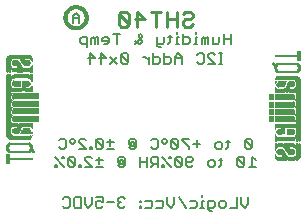
<source format=gbr>
G04 EAGLE Gerber RS-274X export*
G75*
%MOMM*%
%FSLAX34Y34*%
%LPD*%
%INSilkscreen Bottom*%
%IPPOS*%
%AMOC8*
5,1,8,0,0,1.08239X$1,22.5*%
G01*
%ADD10C,0.228600*%
%ADD11C,0.152400*%
%ADD12C,0.127000*%
%ADD13C,0.304800*%
%ADD14C,0.203200*%
%ADD15R,0.022863X0.462278*%
%ADD16R,0.022863X0.462281*%
%ADD17R,0.022863X0.436881*%
%ADD18R,0.023113X0.462278*%
%ADD19R,0.023113X0.462281*%
%ADD20R,0.023113X0.436881*%
%ADD21R,0.023116X0.462278*%
%ADD22R,0.023116X0.462281*%
%ADD23R,0.023116X0.436881*%
%ADD24R,0.023113X0.022863*%
%ADD25R,0.023116X0.091441*%
%ADD26R,0.023113X0.139700*%
%ADD27R,0.023116X0.185419*%
%ADD28R,0.023113X0.254000*%
%ADD29R,0.023113X0.299719*%
%ADD30R,0.023116X0.345438*%
%ADD31R,0.023113X0.391159*%
%ADD32R,0.023116X0.393700*%
%ADD33R,0.022863X0.325119*%
%ADD34R,0.022863X0.599438*%
%ADD35R,0.022863X0.622300*%
%ADD36R,0.022863X0.530859*%
%ADD37R,0.022863X0.439422*%
%ADD38R,0.022863X0.231138*%
%ADD39R,0.022863X0.071119*%
%ADD40R,0.022863X0.533400*%
%ADD41R,0.022863X0.208281*%
%ADD42R,0.023113X0.345441*%
%ADD43R,0.023113X0.576578*%
%ADD44R,0.023113X0.599438*%
%ADD45R,0.023113X0.508000*%
%ADD46R,0.023113X0.416563*%
%ADD47R,0.023113X0.208278*%
%ADD48R,0.023113X0.553722*%
%ADD49R,0.023113X0.208281*%
%ADD50R,0.023116X0.345441*%
%ADD51R,0.023116X0.530859*%
%ADD52R,0.023116X0.370841*%
%ADD53R,0.023116X0.162559*%
%ADD54R,0.023116X0.576581*%
%ADD55R,0.023116X0.208281*%
%ADD56R,0.023113X0.322578*%
%ADD57R,0.023113X0.485137*%
%ADD58R,0.023113X0.416559*%
%ADD59R,0.023113X0.347981*%
%ADD60R,0.023113X0.116838*%
%ADD61R,0.023113X0.647700*%
%ADD62R,0.023116X0.322581*%
%ADD63R,0.023116X0.485137*%
%ADD64R,0.023116X0.093978*%
%ADD65R,0.023116X0.231141*%
%ADD66R,0.023116X0.693419*%
%ADD67R,0.023113X0.322581*%
%ADD68R,0.023113X0.439419*%
%ADD69R,0.023113X0.370841*%
%ADD70R,0.023113X0.299722*%
%ADD71R,0.023113X0.045719*%
%ADD72R,0.023113X0.739138*%
%ADD73R,0.023113X0.414019*%
%ADD74R,0.023113X0.347978*%
%ADD75R,0.023113X0.762000*%
%ADD76R,0.023116X0.414019*%
%ADD77R,0.023116X0.182881*%
%ADD78R,0.023116X0.347978*%
%ADD79R,0.023116X0.276863*%
%ADD80R,0.023116X0.116841*%
%ADD81R,0.023116X0.276859*%
%ADD82R,0.023116X0.784863*%
%ADD83R,0.023113X0.325119*%
%ADD84R,0.023113X0.276863*%
%ADD85R,0.023113X0.276859*%
%ADD86R,0.023116X0.325119*%
%ADD87R,0.023116X0.391159*%
%ADD88R,0.023116X0.302259*%
%ADD89R,0.023116X0.254000*%
%ADD90R,0.023113X0.302259*%
%ADD91R,0.023113X0.393700*%
%ADD92R,0.023113X0.231141*%
%ADD93R,0.022863X0.302259*%
%ADD94R,0.022863X0.439419*%
%ADD95R,0.022863X0.368300*%
%ADD96R,0.022863X0.391159*%
%ADD97R,0.022863X0.416559*%
%ADD98R,0.022863X0.276863*%
%ADD99R,0.022863X0.205741*%
%ADD100R,0.023113X0.368300*%
%ADD101R,0.023113X0.205741*%
%ADD102R,0.023116X0.368300*%
%ADD103R,0.023116X0.205741*%
%ADD104R,0.023113X0.182881*%
%ADD105R,0.022863X0.276859*%
%ADD106R,0.022863X0.182881*%
%ADD107R,0.023113X0.924559*%
%ADD108R,0.023116X0.924559*%
%ADD109R,0.023113X0.901700*%
%ADD110R,0.023116X0.901700*%
%ADD111R,0.023113X0.878841*%
%ADD112R,0.023116X0.855981*%
%ADD113R,0.023113X0.833119*%
%ADD114R,0.022863X0.787400*%
%ADD115R,0.022863X0.414019*%
%ADD116R,0.022863X0.924559*%
%ADD117R,0.023113X0.739141*%
%ADD118R,0.023116X0.716281*%
%ADD119R,0.023116X0.299722*%
%ADD120R,0.023113X0.670559*%
%ADD121R,0.023116X0.647700*%
%ADD122R,0.023116X0.508000*%
%ADD123R,0.023116X0.299719*%
%ADD124R,0.023113X0.601981*%
%ADD125R,0.023113X0.530859*%
%ADD126R,0.023113X0.231138*%
%ADD127R,0.023113X0.556259*%
%ADD128R,0.023113X0.185419*%
%ADD129R,0.023116X0.533400*%
%ADD130R,0.023116X0.599438*%
%ADD131R,0.023116X0.416563*%
%ADD132R,0.023116X0.116838*%
%ADD133R,0.023113X0.485141*%
%ADD134R,0.023113X0.645159*%
%ADD135R,0.023113X0.716278*%
%ADD136R,0.022863X0.393700*%
%ADD137R,0.022863X0.762000*%
%ADD138R,0.022863X0.624841*%
%ADD139R,0.023113X0.784859*%
%ADD140R,0.023113X0.693422*%
%ADD141R,0.023116X0.830578*%
%ADD142R,0.023116X0.739141*%
%ADD143R,0.023113X0.876300*%
%ADD144R,0.023113X0.807722*%
%ADD145R,0.023116X0.899159*%
%ADD146R,0.023116X0.878841*%
%ADD147R,0.023113X0.922019*%
%ADD148R,0.023113X0.947419*%
%ADD149R,0.023116X0.970278*%
%ADD150R,0.023113X0.970278*%
%ADD151R,0.023116X0.439419*%
%ADD152R,0.022863X0.299722*%
%ADD153R,0.023116X0.416559*%
%ADD154R,0.023116X0.347981*%
%ADD155R,0.023113X0.137159*%
%ADD156R,0.023113X0.093978*%
%ADD157R,0.023113X0.091441*%
%ADD158R,0.023113X0.093981*%
%ADD159R,0.023113X0.114300*%
%ADD160R,0.023116X0.045719*%
%ADD161R,0.023116X0.045722*%
%ADD162R,0.023113X0.071119*%
%ADD163R,0.023113X0.116841*%
%ADD164R,0.023116X0.139700*%
%ADD165R,0.022863X0.322581*%
%ADD166R,0.022863X0.345441*%
%ADD167R,0.022863X0.162559*%
%ADD168R,0.022863X0.576581*%
%ADD169R,0.023113X0.668019*%
%ADD170R,0.023113X0.533400*%
%ADD171R,0.023116X1.455419*%
%ADD172R,0.023116X5.519419*%
%ADD173R,0.023113X1.455419*%
%ADD174R,0.023113X5.519419*%
%ADD175R,0.023116X5.494019*%
%ADD176R,0.023113X1.430019*%
%ADD177R,0.023113X5.494019*%
%ADD178R,0.023116X1.430019*%
%ADD179R,0.023116X5.471159*%
%ADD180R,0.023116X0.762000*%
%ADD181R,0.023113X1.407159*%
%ADD182R,0.023113X5.471159*%
%ADD183R,0.022863X1.384300*%
%ADD184R,0.022863X5.448300*%
%ADD185R,0.022863X0.716278*%
%ADD186R,0.022863X0.878841*%
%ADD187R,0.023113X1.361438*%
%ADD188R,0.023113X5.425438*%
%ADD189R,0.023116X1.338578*%
%ADD190R,0.023116X5.402578*%
%ADD191R,0.023116X0.624841*%
%ADD192R,0.023113X1.292859*%
%ADD193R,0.023113X5.356859*%
%ADD194R,0.023116X1.224278*%
%ADD195R,0.023116X5.288278*%


D10*
X151465Y167988D02*
X153541Y170064D01*
X157693Y170064D01*
X159770Y167988D01*
X159770Y165911D01*
X157693Y163835D01*
X153541Y163835D01*
X151465Y161759D01*
X151465Y159683D01*
X153541Y157607D01*
X157693Y157607D01*
X159770Y159683D01*
X146205Y157607D02*
X146205Y170064D01*
X146205Y163835D02*
X137900Y163835D01*
X137900Y157607D02*
X137900Y170064D01*
X128487Y170064D02*
X128487Y157607D01*
X124335Y170064D02*
X132640Y170064D01*
X112846Y170064D02*
X112846Y157607D01*
X119074Y163835D02*
X112846Y170064D01*
X110770Y163835D02*
X119074Y163835D01*
X105509Y159683D02*
X105509Y167988D01*
X103433Y170064D01*
X99281Y170064D01*
X97205Y167988D01*
X97205Y159683D01*
X99281Y157607D01*
X103433Y157607D01*
X105509Y159683D01*
X97205Y167988D01*
D11*
X191724Y151645D02*
X191724Y143002D01*
X191724Y147324D02*
X185962Y147324D01*
X185962Y151645D02*
X185962Y143002D01*
X182369Y144443D02*
X182369Y148764D01*
X182369Y144443D02*
X180929Y143002D01*
X176607Y143002D01*
X176607Y148764D01*
X173014Y148764D02*
X173014Y143002D01*
X173014Y148764D02*
X171573Y148764D01*
X170133Y147324D01*
X170133Y143002D01*
X170133Y147324D02*
X168692Y148764D01*
X167252Y147324D01*
X167252Y143002D01*
X163659Y148764D02*
X162218Y148764D01*
X162218Y143002D01*
X160778Y143002D02*
X163659Y143002D01*
X162218Y151645D02*
X162218Y153086D01*
X151660Y151645D02*
X151660Y143002D01*
X155981Y143002D01*
X157422Y144443D01*
X157422Y147324D01*
X155981Y148764D01*
X151660Y148764D01*
X148067Y148764D02*
X146626Y148764D01*
X146626Y143002D01*
X145186Y143002D02*
X148067Y143002D01*
X146626Y151645D02*
X146626Y153086D01*
X140389Y150205D02*
X140389Y144443D01*
X138949Y143002D01*
X138949Y148764D02*
X141830Y148764D01*
X135593Y148764D02*
X135593Y144443D01*
X134153Y143002D01*
X129831Y143002D01*
X129831Y141561D02*
X129831Y148764D01*
X129831Y141561D02*
X131272Y140121D01*
X132712Y140121D01*
X114002Y143002D02*
X111121Y145883D01*
X114002Y143002D02*
X115442Y143002D01*
X116883Y144443D01*
X116883Y145883D01*
X114002Y148764D01*
X114002Y150205D01*
X115442Y151645D01*
X116883Y150205D01*
X116883Y148764D01*
X111121Y143002D01*
X95291Y143002D02*
X95291Y151645D01*
X92410Y151645D02*
X98173Y151645D01*
X87377Y143002D02*
X84496Y143002D01*
X87377Y143002D02*
X88817Y144443D01*
X88817Y147324D01*
X87377Y148764D01*
X84496Y148764D01*
X83055Y147324D01*
X83055Y145883D01*
X88817Y145883D01*
X79462Y143002D02*
X79462Y148764D01*
X78022Y148764D01*
X76581Y147324D01*
X76581Y143002D01*
X76581Y147324D02*
X75140Y148764D01*
X73700Y147324D01*
X73700Y143002D01*
X70107Y140121D02*
X70107Y148764D01*
X65785Y148764D01*
X64345Y147324D01*
X64345Y144443D01*
X65785Y143002D01*
X70107Y143002D01*
D12*
X206664Y13343D02*
X206664Y7411D01*
X203698Y4445D01*
X200732Y7411D01*
X200732Y13343D01*
X197309Y13343D02*
X197309Y4445D01*
X191377Y4445D01*
X186470Y4445D02*
X183505Y4445D01*
X182022Y5928D01*
X182022Y8894D01*
X183505Y10377D01*
X186470Y10377D01*
X187953Y8894D01*
X187953Y5928D01*
X186470Y4445D01*
X175632Y1479D02*
X174149Y1479D01*
X172666Y2962D01*
X172666Y10377D01*
X177115Y10377D01*
X178598Y8894D01*
X178598Y5928D01*
X177115Y4445D01*
X172666Y4445D01*
X169243Y10377D02*
X167760Y10377D01*
X167760Y4445D01*
X169243Y4445D02*
X166277Y4445D01*
X167760Y13343D02*
X167760Y14826D01*
X161523Y10377D02*
X157075Y10377D01*
X161523Y10377D02*
X163006Y8894D01*
X163006Y5928D01*
X161523Y4445D01*
X157075Y4445D01*
X153651Y4445D02*
X147719Y13343D01*
X144296Y13343D02*
X144296Y7411D01*
X141330Y4445D01*
X138364Y7411D01*
X138364Y13343D01*
X133458Y10377D02*
X129009Y10377D01*
X133458Y10377D02*
X134941Y8894D01*
X134941Y5928D01*
X133458Y4445D01*
X129009Y4445D01*
X124103Y10377D02*
X119654Y10377D01*
X124103Y10377D02*
X125585Y8894D01*
X125585Y5928D01*
X124103Y4445D01*
X119654Y4445D01*
X116230Y10377D02*
X114747Y10377D01*
X114747Y8894D01*
X116230Y8894D01*
X116230Y10377D01*
X116230Y5928D02*
X114747Y5928D01*
X114747Y4445D01*
X116230Y4445D01*
X116230Y5928D01*
X102198Y11860D02*
X100715Y13343D01*
X97749Y13343D01*
X96266Y11860D01*
X96266Y10377D01*
X97749Y8894D01*
X99232Y8894D01*
X97749Y8894D02*
X96266Y7411D01*
X96266Y5928D01*
X97749Y4445D01*
X100715Y4445D01*
X102198Y5928D01*
X92842Y8894D02*
X86911Y8894D01*
X83487Y13343D02*
X77555Y13343D01*
X83487Y13343D02*
X83487Y8894D01*
X80521Y10377D01*
X79038Y10377D01*
X77555Y8894D01*
X77555Y5928D01*
X79038Y4445D01*
X82004Y4445D01*
X83487Y5928D01*
X74132Y7411D02*
X74132Y13343D01*
X74132Y7411D02*
X71166Y4445D01*
X68200Y7411D01*
X68200Y13343D01*
X64777Y13343D02*
X64777Y4445D01*
X60328Y4445D01*
X58845Y5928D01*
X58845Y11860D01*
X60328Y13343D01*
X64777Y13343D01*
X50973Y13343D02*
X49490Y11860D01*
X50973Y13343D02*
X53939Y13343D01*
X55422Y11860D01*
X55422Y5928D01*
X53939Y4445D01*
X50973Y4445D01*
X49490Y5928D01*
X209782Y55458D02*
X209782Y61390D01*
X208299Y62873D01*
X205333Y62873D01*
X203850Y61390D01*
X203850Y55458D01*
X205333Y53975D01*
X208299Y53975D01*
X209782Y55458D01*
X203850Y61390D01*
X189589Y61390D02*
X189589Y55458D01*
X188106Y53975D01*
X188106Y59907D02*
X191072Y59907D01*
X183352Y53975D02*
X180386Y53975D01*
X178903Y55458D01*
X178903Y58424D01*
X180386Y59907D01*
X183352Y59907D01*
X184835Y58424D01*
X184835Y55458D01*
X183352Y53975D01*
X166125Y58424D02*
X160193Y58424D01*
X163159Y61390D02*
X163159Y55458D01*
X156769Y62873D02*
X150838Y62873D01*
X150838Y61390D01*
X156769Y55458D01*
X156769Y53975D01*
X147414Y55458D02*
X147414Y61390D01*
X145931Y62873D01*
X142965Y62873D01*
X141483Y61390D01*
X141483Y55458D01*
X142965Y53975D01*
X145931Y53975D01*
X147414Y55458D01*
X141483Y61390D01*
X136576Y62873D02*
X135093Y62873D01*
X133610Y61390D01*
X133610Y59907D01*
X135093Y58424D01*
X136576Y58424D01*
X138059Y59907D01*
X138059Y61390D01*
X136576Y62873D01*
X125814Y62873D02*
X124331Y61390D01*
X125814Y62873D02*
X128780Y62873D01*
X130263Y61390D01*
X130263Y55458D01*
X128780Y53975D01*
X125814Y53975D01*
X124331Y55458D01*
X107104Y53975D02*
X105621Y55458D01*
X107104Y53975D02*
X110070Y53975D01*
X111553Y55458D01*
X111553Y61390D01*
X110070Y62873D01*
X107104Y62873D01*
X105621Y61390D01*
X105621Y58424D01*
X107104Y56941D01*
X110070Y56941D01*
X110070Y59907D01*
X107104Y59907D01*
X107104Y56941D01*
X92842Y53975D02*
X86911Y53975D01*
X86911Y59907D02*
X92842Y59907D01*
X89877Y62873D02*
X89877Y56941D01*
X83487Y55458D02*
X83487Y61390D01*
X82004Y62873D01*
X79038Y62873D01*
X77555Y61390D01*
X77555Y55458D01*
X79038Y53975D01*
X82004Y53975D01*
X83487Y55458D01*
X77555Y61390D01*
X74132Y55458D02*
X74132Y53975D01*
X74132Y55458D02*
X72649Y55458D01*
X72649Y53975D01*
X74132Y53975D01*
X69454Y53975D02*
X63523Y53975D01*
X69454Y53975D02*
X63523Y59907D01*
X63523Y61390D01*
X65006Y62873D01*
X67971Y62873D01*
X69454Y61390D01*
X58616Y62873D02*
X57133Y62873D01*
X55650Y61390D01*
X55650Y59907D01*
X57133Y58424D01*
X58616Y58424D01*
X60099Y59907D01*
X60099Y61390D01*
X58616Y62873D01*
X47854Y62873D02*
X46372Y61390D01*
X47854Y62873D02*
X50820Y62873D01*
X52303Y61390D01*
X52303Y55458D01*
X50820Y53975D01*
X47854Y53975D01*
X46372Y55458D01*
X209935Y47633D02*
X212901Y44667D01*
X209935Y47633D02*
X209935Y38735D01*
X212901Y38735D02*
X206969Y38735D01*
X203545Y40218D02*
X203545Y46150D01*
X202062Y47633D01*
X199097Y47633D01*
X197614Y46150D01*
X197614Y40218D01*
X199097Y38735D01*
X202062Y38735D01*
X203545Y40218D01*
X197614Y46150D01*
X183352Y46150D02*
X183352Y40218D01*
X181869Y38735D01*
X181869Y44667D02*
X184835Y44667D01*
X177115Y38735D02*
X174149Y38735D01*
X172666Y40218D01*
X172666Y43184D01*
X174149Y44667D01*
X177115Y44667D01*
X178598Y43184D01*
X178598Y40218D01*
X177115Y38735D01*
X159888Y40218D02*
X158405Y38735D01*
X155439Y38735D01*
X153956Y40218D01*
X153956Y46150D01*
X155439Y47633D01*
X158405Y47633D01*
X159888Y46150D01*
X159888Y44667D01*
X158405Y43184D01*
X153956Y43184D01*
X150533Y40218D02*
X150533Y46150D01*
X149050Y47633D01*
X146084Y47633D01*
X144601Y46150D01*
X144601Y40218D01*
X146084Y38735D01*
X149050Y38735D01*
X150533Y40218D01*
X144601Y46150D01*
X135246Y40218D02*
X135246Y38735D01*
X135246Y40218D02*
X133763Y40218D01*
X133763Y38735D01*
X135246Y38735D01*
X139695Y47633D02*
X141177Y47633D01*
X139695Y47633D02*
X139695Y46150D01*
X141177Y46150D01*
X141177Y47633D01*
X133763Y47633D02*
X141177Y38735D01*
X130263Y38735D02*
X130263Y47633D01*
X125814Y47633D01*
X124331Y46150D01*
X124331Y43184D01*
X125814Y41701D01*
X130263Y41701D01*
X127297Y41701D02*
X124331Y38735D01*
X120908Y38735D02*
X120908Y47633D01*
X120908Y43184D02*
X114976Y43184D01*
X114976Y47633D02*
X114976Y38735D01*
X97749Y38735D02*
X96266Y40218D01*
X97749Y38735D02*
X100715Y38735D01*
X102198Y40218D01*
X102198Y46150D01*
X100715Y47633D01*
X97749Y47633D01*
X96266Y46150D01*
X96266Y43184D01*
X97749Y41701D01*
X100715Y41701D01*
X100715Y44667D01*
X97749Y44667D01*
X97749Y41701D01*
X83487Y38735D02*
X77555Y38735D01*
X77555Y44667D02*
X83487Y44667D01*
X80521Y47633D02*
X80521Y41701D01*
X74132Y38735D02*
X68200Y38735D01*
X74132Y38735D02*
X68200Y44667D01*
X68200Y46150D01*
X69683Y47633D01*
X72649Y47633D01*
X74132Y46150D01*
X64777Y40218D02*
X64777Y38735D01*
X64777Y40218D02*
X63294Y40218D01*
X63294Y38735D01*
X64777Y38735D01*
X60099Y40218D02*
X60099Y46150D01*
X58616Y47633D01*
X55650Y47633D01*
X54167Y46150D01*
X54167Y40218D01*
X55650Y38735D01*
X58616Y38735D01*
X60099Y40218D01*
X54167Y46150D01*
X44812Y40218D02*
X44812Y38735D01*
X44812Y40218D02*
X43329Y40218D01*
X43329Y38735D01*
X44812Y38735D01*
X49261Y47633D02*
X50744Y47633D01*
X49261Y47633D02*
X49261Y46150D01*
X50744Y46150D01*
X50744Y47633D01*
X43329Y47633D02*
X50744Y38735D01*
X181869Y126365D02*
X184835Y126365D01*
X183352Y126365D02*
X183352Y135263D01*
X184835Y135263D02*
X181869Y135263D01*
X178598Y126365D02*
X172666Y126365D01*
X178598Y126365D02*
X172666Y132297D01*
X172666Y133780D01*
X174149Y135263D01*
X177115Y135263D01*
X178598Y133780D01*
X164794Y135263D02*
X163311Y133780D01*
X164794Y135263D02*
X167760Y135263D01*
X169243Y133780D01*
X169243Y127848D01*
X167760Y126365D01*
X164794Y126365D01*
X163311Y127848D01*
X150533Y126365D02*
X150533Y132297D01*
X147567Y135263D01*
X144601Y132297D01*
X144601Y126365D01*
X144601Y130814D02*
X150533Y130814D01*
X135246Y135263D02*
X135246Y126365D01*
X139695Y126365D01*
X141177Y127848D01*
X141177Y130814D01*
X139695Y132297D01*
X135246Y132297D01*
X125891Y135263D02*
X125891Y126365D01*
X130339Y126365D01*
X131822Y127848D01*
X131822Y130814D01*
X130339Y132297D01*
X125891Y132297D01*
X122467Y132297D02*
X122467Y126365D01*
X122467Y129331D02*
X119501Y132297D01*
X118018Y132297D01*
X105316Y133780D02*
X105316Y127848D01*
X105316Y133780D02*
X103833Y135263D01*
X100867Y135263D01*
X99384Y133780D01*
X99384Y127848D01*
X100867Y126365D01*
X103833Y126365D01*
X105316Y127848D01*
X99384Y133780D01*
X95961Y132297D02*
X90029Y126365D01*
X95961Y126365D02*
X90029Y132297D01*
X82157Y135263D02*
X82157Y126365D01*
X86606Y130814D02*
X82157Y135263D01*
X80674Y130814D02*
X86606Y130814D01*
X72802Y126365D02*
X72802Y135263D01*
X77250Y130814D01*
X71319Y130814D01*
D13*
X51980Y165100D02*
X51983Y165320D01*
X51991Y165541D01*
X52004Y165761D01*
X52023Y165980D01*
X52048Y166199D01*
X52077Y166418D01*
X52112Y166635D01*
X52153Y166852D01*
X52198Y167068D01*
X52249Y167282D01*
X52305Y167495D01*
X52367Y167707D01*
X52433Y167917D01*
X52505Y168125D01*
X52582Y168332D01*
X52664Y168536D01*
X52750Y168739D01*
X52842Y168939D01*
X52939Y169138D01*
X53040Y169333D01*
X53147Y169526D01*
X53258Y169717D01*
X53373Y169904D01*
X53493Y170089D01*
X53618Y170271D01*
X53747Y170449D01*
X53881Y170625D01*
X54018Y170797D01*
X54160Y170965D01*
X54306Y171131D01*
X54456Y171292D01*
X54610Y171450D01*
X54768Y171604D01*
X54929Y171754D01*
X55095Y171900D01*
X55263Y172042D01*
X55435Y172179D01*
X55611Y172313D01*
X55789Y172442D01*
X55971Y172567D01*
X56156Y172687D01*
X56343Y172802D01*
X56534Y172913D01*
X56727Y173020D01*
X56922Y173121D01*
X57121Y173218D01*
X57321Y173310D01*
X57524Y173396D01*
X57728Y173478D01*
X57935Y173555D01*
X58143Y173627D01*
X58353Y173693D01*
X58565Y173755D01*
X58778Y173811D01*
X58992Y173862D01*
X59208Y173907D01*
X59425Y173948D01*
X59642Y173983D01*
X59861Y174012D01*
X60080Y174037D01*
X60299Y174056D01*
X60519Y174069D01*
X60740Y174077D01*
X60960Y174080D01*
X61180Y174077D01*
X61401Y174069D01*
X61621Y174056D01*
X61840Y174037D01*
X62059Y174012D01*
X62278Y173983D01*
X62495Y173948D01*
X62712Y173907D01*
X62928Y173862D01*
X63142Y173811D01*
X63355Y173755D01*
X63567Y173693D01*
X63777Y173627D01*
X63985Y173555D01*
X64192Y173478D01*
X64396Y173396D01*
X64599Y173310D01*
X64799Y173218D01*
X64998Y173121D01*
X65193Y173020D01*
X65386Y172913D01*
X65577Y172802D01*
X65764Y172687D01*
X65949Y172567D01*
X66131Y172442D01*
X66309Y172313D01*
X66485Y172179D01*
X66657Y172042D01*
X66825Y171900D01*
X66991Y171754D01*
X67152Y171604D01*
X67310Y171450D01*
X67464Y171292D01*
X67614Y171131D01*
X67760Y170965D01*
X67902Y170797D01*
X68039Y170625D01*
X68173Y170449D01*
X68302Y170271D01*
X68427Y170089D01*
X68547Y169904D01*
X68662Y169717D01*
X68773Y169526D01*
X68880Y169333D01*
X68981Y169138D01*
X69078Y168939D01*
X69170Y168739D01*
X69256Y168536D01*
X69338Y168332D01*
X69415Y168125D01*
X69487Y167917D01*
X69553Y167707D01*
X69615Y167495D01*
X69671Y167282D01*
X69722Y167068D01*
X69767Y166852D01*
X69808Y166635D01*
X69843Y166418D01*
X69872Y166199D01*
X69897Y165980D01*
X69916Y165761D01*
X69929Y165541D01*
X69937Y165320D01*
X69940Y165100D01*
X69937Y164880D01*
X69929Y164659D01*
X69916Y164439D01*
X69897Y164220D01*
X69872Y164001D01*
X69843Y163782D01*
X69808Y163565D01*
X69767Y163348D01*
X69722Y163132D01*
X69671Y162918D01*
X69615Y162705D01*
X69553Y162493D01*
X69487Y162283D01*
X69415Y162075D01*
X69338Y161868D01*
X69256Y161664D01*
X69170Y161461D01*
X69078Y161261D01*
X68981Y161062D01*
X68880Y160867D01*
X68773Y160674D01*
X68662Y160483D01*
X68547Y160296D01*
X68427Y160111D01*
X68302Y159929D01*
X68173Y159751D01*
X68039Y159575D01*
X67902Y159403D01*
X67760Y159235D01*
X67614Y159069D01*
X67464Y158908D01*
X67310Y158750D01*
X67152Y158596D01*
X66991Y158446D01*
X66825Y158300D01*
X66657Y158158D01*
X66485Y158021D01*
X66309Y157887D01*
X66131Y157758D01*
X65949Y157633D01*
X65764Y157513D01*
X65577Y157398D01*
X65386Y157287D01*
X65193Y157180D01*
X64998Y157079D01*
X64799Y156982D01*
X64599Y156890D01*
X64396Y156804D01*
X64192Y156722D01*
X63985Y156645D01*
X63777Y156573D01*
X63567Y156507D01*
X63355Y156445D01*
X63142Y156389D01*
X62928Y156338D01*
X62712Y156293D01*
X62495Y156252D01*
X62278Y156217D01*
X62059Y156188D01*
X61840Y156163D01*
X61621Y156144D01*
X61401Y156131D01*
X61180Y156123D01*
X60960Y156120D01*
X60740Y156123D01*
X60519Y156131D01*
X60299Y156144D01*
X60080Y156163D01*
X59861Y156188D01*
X59642Y156217D01*
X59425Y156252D01*
X59208Y156293D01*
X58992Y156338D01*
X58778Y156389D01*
X58565Y156445D01*
X58353Y156507D01*
X58143Y156573D01*
X57935Y156645D01*
X57728Y156722D01*
X57524Y156804D01*
X57321Y156890D01*
X57121Y156982D01*
X56922Y157079D01*
X56727Y157180D01*
X56534Y157287D01*
X56343Y157398D01*
X56156Y157513D01*
X55971Y157633D01*
X55789Y157758D01*
X55611Y157887D01*
X55435Y158021D01*
X55263Y158158D01*
X55095Y158300D01*
X54929Y158446D01*
X54768Y158596D01*
X54610Y158750D01*
X54456Y158908D01*
X54306Y159069D01*
X54160Y159235D01*
X54018Y159403D01*
X53881Y159575D01*
X53747Y159751D01*
X53618Y159929D01*
X53493Y160111D01*
X53373Y160296D01*
X53258Y160483D01*
X53147Y160674D01*
X53040Y160867D01*
X52939Y161062D01*
X52842Y161261D01*
X52750Y161461D01*
X52664Y161664D01*
X52582Y161868D01*
X52505Y162075D01*
X52433Y162283D01*
X52367Y162493D01*
X52305Y162705D01*
X52249Y162918D01*
X52198Y163132D01*
X52153Y163348D01*
X52112Y163565D01*
X52077Y163782D01*
X52048Y164001D01*
X52023Y164220D01*
X52004Y164439D01*
X51991Y164659D01*
X51983Y164880D01*
X51980Y165100D01*
D14*
X63500Y166459D02*
X63500Y161036D01*
X63500Y166459D02*
X60788Y169171D01*
X58077Y166459D01*
X58077Y161036D01*
X58077Y165103D02*
X63500Y165103D01*
D15*
X224790Y79197D03*
D16*
X224790Y85446D03*
X224790Y91669D03*
D17*
X224790Y98019D03*
D18*
X225020Y79197D03*
D19*
X225020Y85446D03*
X225020Y91669D03*
D20*
X225020Y98019D03*
D21*
X225251Y79197D03*
D22*
X225251Y85446D03*
X225251Y91669D03*
D23*
X225251Y98019D03*
D18*
X225482Y79197D03*
D19*
X225482Y85446D03*
X225482Y91669D03*
D20*
X225482Y98019D03*
D21*
X225713Y79197D03*
D22*
X225713Y85446D03*
X225713Y91669D03*
D23*
X225713Y98019D03*
D18*
X225944Y79197D03*
D19*
X225944Y85446D03*
X225944Y91669D03*
D20*
X225944Y98019D03*
D18*
X226176Y79197D03*
D19*
X226176Y85446D03*
X226176Y91669D03*
D20*
X226176Y98019D03*
D21*
X226407Y79197D03*
D22*
X226407Y85446D03*
X226407Y91669D03*
D23*
X226407Y98019D03*
D18*
X226638Y79197D03*
D19*
X226638Y85446D03*
X226638Y91669D03*
D20*
X226638Y98019D03*
D21*
X226869Y79197D03*
D22*
X226869Y85446D03*
X226869Y91669D03*
D23*
X226869Y98019D03*
D18*
X227100Y79197D03*
D19*
X227100Y85446D03*
X227100Y91669D03*
D20*
X227100Y98019D03*
D15*
X227330Y79197D03*
D16*
X227330Y85446D03*
X227330Y91669D03*
D17*
X227330Y98019D03*
D18*
X227560Y79197D03*
D19*
X227560Y85446D03*
X227560Y91669D03*
D20*
X227560Y98019D03*
D24*
X227560Y126429D03*
D21*
X227791Y79197D03*
D22*
X227791Y85446D03*
X227791Y91669D03*
D23*
X227791Y98019D03*
D25*
X227791Y126314D03*
D18*
X228022Y79197D03*
D19*
X228022Y85446D03*
X228022Y91669D03*
D20*
X228022Y98019D03*
D26*
X228022Y126073D03*
D21*
X228253Y79197D03*
D22*
X228253Y85446D03*
X228253Y91669D03*
D23*
X228253Y98019D03*
D27*
X228253Y126073D03*
D18*
X228484Y79197D03*
D19*
X228484Y85446D03*
X228484Y91669D03*
D20*
X228484Y98019D03*
D28*
X228484Y125959D03*
D18*
X228716Y79197D03*
D19*
X228716Y85446D03*
X228716Y91669D03*
D20*
X228716Y98019D03*
D29*
X228716Y125730D03*
D21*
X228947Y79197D03*
D22*
X228947Y85446D03*
X228947Y91669D03*
D23*
X228947Y98019D03*
D30*
X228947Y125730D03*
D31*
X229178Y125501D03*
D32*
X229409Y125032D03*
D18*
X229640Y124003D03*
D33*
X229870Y48031D03*
D34*
X229870Y55880D03*
D35*
X229870Y63614D03*
D36*
X229870Y72631D03*
D15*
X229870Y79197D03*
D16*
X229870Y85446D03*
X229870Y91669D03*
D17*
X229870Y98019D03*
D37*
X229870Y104254D03*
D38*
X229870Y109919D03*
D39*
X229870Y113030D03*
D40*
X229870Y123190D03*
D41*
X229870Y132436D03*
D42*
X230100Y47676D03*
D43*
X230100Y55994D03*
D44*
X230100Y63500D03*
D45*
X230100Y72746D03*
D18*
X230100Y79197D03*
D19*
X230100Y85446D03*
X230100Y91669D03*
D20*
X230100Y98019D03*
D46*
X230100Y104140D03*
D47*
X230100Y110033D03*
D26*
X230100Y113373D03*
D48*
X230100Y122606D03*
D49*
X230100Y132436D03*
D50*
X230331Y47219D03*
D51*
X230331Y56223D03*
X230331Y63157D03*
D21*
X230331Y72974D03*
X230331Y79197D03*
D22*
X230331Y85446D03*
X230331Y91669D03*
D23*
X230331Y98019D03*
D52*
X230331Y103911D03*
D53*
X230331Y110261D03*
D27*
X230331Y113602D03*
D54*
X230331Y122492D03*
D55*
X230331Y132436D03*
D56*
X230562Y46876D03*
D57*
X230562Y56452D03*
D45*
X230562Y63043D03*
D58*
X230562Y73203D03*
D18*
X230562Y79197D03*
D19*
X230562Y85446D03*
X230562Y91669D03*
D20*
X230562Y98019D03*
D59*
X230562Y103797D03*
D60*
X230562Y110490D03*
D47*
X230562Y113716D03*
D61*
X230562Y122619D03*
D49*
X230562Y132436D03*
D62*
X230793Y46647D03*
D21*
X230793Y56566D03*
D63*
X230793Y62929D03*
D32*
X230793Y73317D03*
D21*
X230793Y79197D03*
D22*
X230793Y85446D03*
X230793Y91669D03*
D23*
X230793Y98019D03*
D62*
X230793Y103670D03*
D64*
X230793Y110604D03*
D65*
X230793Y113830D03*
D66*
X230793Y122619D03*
D55*
X230793Y132436D03*
D67*
X231024Y46419D03*
D68*
X231024Y56680D03*
D18*
X231024Y62814D03*
D69*
X231024Y73431D03*
D18*
X231024Y79197D03*
D19*
X231024Y85446D03*
X231024Y91669D03*
D20*
X231024Y98019D03*
D70*
X231024Y103556D03*
D71*
X231024Y110846D03*
D28*
X231024Y113944D03*
D72*
X231024Y122619D03*
D49*
X231024Y132436D03*
D67*
X231256Y46190D03*
D73*
X231256Y56807D03*
D68*
X231256Y62700D03*
D74*
X231256Y73546D03*
D18*
X231256Y79197D03*
D19*
X231256Y85446D03*
X231256Y91669D03*
D20*
X231256Y98019D03*
D70*
X231256Y103556D03*
D28*
X231256Y113944D03*
D75*
X231256Y122504D03*
D49*
X231256Y132436D03*
D62*
X231487Y46190D03*
D65*
X231487Y51270D03*
D76*
X231487Y56807D03*
X231487Y62573D03*
D77*
X231487Y68351D03*
D78*
X231487Y73546D03*
D21*
X231487Y79197D03*
D22*
X231487Y85446D03*
X231487Y91669D03*
D23*
X231487Y98019D03*
D79*
X231487Y103442D03*
D80*
X231487Y108179D03*
D81*
X231487Y114059D03*
D82*
X231487Y122619D03*
D55*
X231487Y132436D03*
D83*
X231718Y45949D03*
D67*
X231718Y51270D03*
D31*
X231718Y56921D03*
D73*
X231718Y62573D03*
D83*
X231718Y68351D03*
X231718Y73660D03*
D18*
X231718Y79197D03*
D19*
X231718Y85446D03*
X231718Y91669D03*
D20*
X231718Y98019D03*
D84*
X231718Y103442D03*
D85*
X231718Y108293D03*
X231718Y114059D03*
D84*
X231718Y120079D03*
D85*
X231718Y125387D03*
D49*
X231718Y132436D03*
D86*
X231949Y45949D03*
D52*
X231949Y51257D03*
D87*
X231949Y56921D03*
D76*
X231949Y62573D03*
D52*
X231949Y68351D03*
D86*
X231949Y73660D03*
D21*
X231949Y79197D03*
D22*
X231949Y85446D03*
X231949Y91669D03*
D23*
X231949Y98019D03*
D79*
X231949Y103442D03*
D50*
X231949Y108407D03*
D88*
X231949Y114186D03*
D89*
X231949Y119736D03*
D65*
X231949Y125616D03*
D55*
X231949Y132436D03*
D83*
X232180Y45949D03*
D58*
X232180Y51257D03*
D31*
X232180Y56921D03*
X232180Y62459D03*
D58*
X232180Y68351D03*
D90*
X232180Y73774D03*
D18*
X232180Y79197D03*
D19*
X232180Y85446D03*
X232180Y91669D03*
D20*
X232180Y98019D03*
D84*
X232180Y103442D03*
D91*
X232180Y108649D03*
D90*
X232180Y114186D03*
D92*
X232180Y119621D03*
D49*
X232180Y125730D03*
X232180Y132436D03*
D93*
X232410Y45834D03*
D94*
X232410Y51143D03*
D95*
X232410Y57036D03*
D96*
X232410Y62459D03*
D97*
X232410Y68351D03*
D93*
X232410Y73774D03*
D15*
X232410Y79197D03*
D16*
X232410Y85446D03*
X232410Y91669D03*
D17*
X232410Y98019D03*
D98*
X232410Y103442D03*
D94*
X232410Y108649D03*
D93*
X232410Y114186D03*
D99*
X232410Y119494D03*
D41*
X232410Y125730D03*
X232410Y132436D03*
D90*
X232640Y45834D03*
D18*
X232640Y51257D03*
D100*
X232640Y57036D03*
D31*
X232640Y62459D03*
D19*
X232640Y68351D03*
D90*
X232640Y73774D03*
D18*
X232640Y79197D03*
D19*
X232640Y85446D03*
X232640Y91669D03*
D20*
X232640Y98019D03*
D84*
X232640Y103442D03*
D18*
X232640Y108763D03*
D90*
X232640Y114186D03*
D101*
X232640Y119494D03*
D49*
X232640Y125959D03*
X232640Y132436D03*
D88*
X232871Y45834D03*
D21*
X232871Y51257D03*
D102*
X232871Y57036D03*
D87*
X232871Y62459D03*
D22*
X232871Y68351D03*
D88*
X232871Y73774D03*
D21*
X232871Y79197D03*
D22*
X232871Y85446D03*
X232871Y91669D03*
D23*
X232871Y98019D03*
D79*
X232871Y103442D03*
D21*
X232871Y108763D03*
D88*
X232871Y114186D03*
D103*
X232871Y119494D03*
D55*
X232871Y125959D03*
X232871Y132436D03*
D90*
X233102Y45834D03*
D18*
X233102Y51257D03*
D100*
X233102Y57036D03*
X233102Y62344D03*
D19*
X233102Y68351D03*
D90*
X233102Y73774D03*
D18*
X233102Y79197D03*
D19*
X233102Y85446D03*
X233102Y91669D03*
D20*
X233102Y98019D03*
D84*
X233102Y103442D03*
D18*
X233102Y108763D03*
D90*
X233102Y114186D03*
D101*
X233102Y119494D03*
D49*
X233102Y125959D03*
X233102Y132436D03*
D88*
X233333Y45834D03*
D21*
X233333Y51257D03*
D102*
X233333Y57036D03*
X233333Y62344D03*
D22*
X233333Y68351D03*
D88*
X233333Y73774D03*
D21*
X233333Y79197D03*
D22*
X233333Y85446D03*
X233333Y91669D03*
D23*
X233333Y98019D03*
D79*
X233333Y103442D03*
D21*
X233333Y108763D03*
D88*
X233333Y114186D03*
D77*
X233333Y119380D03*
D55*
X233333Y125959D03*
X233333Y132436D03*
D90*
X233564Y45834D03*
D18*
X233564Y51257D03*
D100*
X233564Y57036D03*
X233564Y62344D03*
D19*
X233564Y68351D03*
D90*
X233564Y73774D03*
D18*
X233564Y79197D03*
D19*
X233564Y85446D03*
X233564Y91669D03*
D20*
X233564Y98019D03*
D84*
X233564Y103442D03*
D18*
X233564Y108763D03*
D90*
X233564Y114186D03*
D104*
X233564Y119380D03*
D49*
X233564Y125959D03*
X233564Y132436D03*
D90*
X233796Y45834D03*
D18*
X233796Y51257D03*
D100*
X233796Y57036D03*
X233796Y62344D03*
D19*
X233796Y68351D03*
D85*
X233796Y73901D03*
D18*
X233796Y79197D03*
D19*
X233796Y85446D03*
X233796Y91669D03*
D20*
X233796Y98019D03*
D84*
X233796Y103442D03*
D18*
X233796Y108763D03*
D90*
X233796Y114186D03*
D104*
X233796Y119380D03*
D49*
X233796Y125959D03*
X233796Y132436D03*
D88*
X234027Y45834D03*
D21*
X234027Y51257D03*
D102*
X234027Y57036D03*
X234027Y62344D03*
D22*
X234027Y68351D03*
D81*
X234027Y73901D03*
D21*
X234027Y79197D03*
D22*
X234027Y85446D03*
X234027Y91669D03*
D23*
X234027Y98019D03*
D79*
X234027Y103442D03*
D21*
X234027Y108763D03*
D88*
X234027Y114186D03*
D77*
X234027Y119380D03*
D55*
X234027Y125959D03*
X234027Y132436D03*
D90*
X234258Y45834D03*
D18*
X234258Y51257D03*
D100*
X234258Y57036D03*
X234258Y62344D03*
D19*
X234258Y68351D03*
D85*
X234258Y73901D03*
D18*
X234258Y79197D03*
D19*
X234258Y85446D03*
X234258Y91669D03*
D20*
X234258Y98019D03*
D84*
X234258Y103442D03*
D18*
X234258Y108763D03*
D90*
X234258Y114186D03*
D104*
X234258Y119380D03*
D49*
X234258Y125959D03*
X234258Y132436D03*
D88*
X234489Y45834D03*
D21*
X234489Y51257D03*
D102*
X234489Y57036D03*
X234489Y62344D03*
D22*
X234489Y68351D03*
D81*
X234489Y73901D03*
D21*
X234489Y79197D03*
D22*
X234489Y85446D03*
X234489Y91669D03*
D23*
X234489Y98019D03*
D79*
X234489Y103442D03*
D21*
X234489Y108763D03*
D88*
X234489Y114186D03*
D77*
X234489Y119380D03*
D55*
X234489Y125959D03*
X234489Y132436D03*
D90*
X234720Y45834D03*
D18*
X234720Y51257D03*
D100*
X234720Y57036D03*
X234720Y62344D03*
D19*
X234720Y68351D03*
D85*
X234720Y73901D03*
D18*
X234720Y79197D03*
D19*
X234720Y85446D03*
X234720Y91669D03*
D20*
X234720Y98019D03*
D84*
X234720Y103442D03*
D18*
X234720Y108763D03*
D90*
X234720Y114186D03*
D104*
X234720Y119380D03*
D49*
X234720Y125959D03*
X234720Y132436D03*
D93*
X234950Y45834D03*
D15*
X234950Y51257D03*
D95*
X234950Y57036D03*
X234950Y62344D03*
D16*
X234950Y68351D03*
D105*
X234950Y73901D03*
D15*
X234950Y79197D03*
D16*
X234950Y85446D03*
X234950Y91669D03*
D17*
X234950Y98019D03*
D98*
X234950Y103442D03*
D15*
X234950Y108763D03*
D93*
X234950Y114186D03*
D106*
X234950Y119380D03*
D41*
X234950Y125959D03*
X234950Y132436D03*
D90*
X235180Y45834D03*
D18*
X235180Y51257D03*
D100*
X235180Y57036D03*
X235180Y62344D03*
D19*
X235180Y68351D03*
D85*
X235180Y73901D03*
D18*
X235180Y79197D03*
D19*
X235180Y85446D03*
X235180Y91669D03*
D20*
X235180Y98019D03*
D84*
X235180Y103442D03*
D18*
X235180Y108763D03*
D90*
X235180Y114186D03*
D104*
X235180Y119380D03*
D49*
X235180Y125959D03*
X235180Y132436D03*
D88*
X235411Y45834D03*
D21*
X235411Y51257D03*
D102*
X235411Y57036D03*
X235411Y62344D03*
D22*
X235411Y68351D03*
D81*
X235411Y73901D03*
D21*
X235411Y79197D03*
D22*
X235411Y85446D03*
X235411Y91669D03*
D23*
X235411Y98019D03*
D79*
X235411Y103442D03*
D21*
X235411Y108763D03*
D88*
X235411Y114186D03*
D77*
X235411Y119380D03*
D55*
X235411Y125959D03*
X235411Y132436D03*
D90*
X235642Y45834D03*
D18*
X235642Y51257D03*
D100*
X235642Y57036D03*
X235642Y62344D03*
D107*
X235642Y70663D03*
D18*
X235642Y79197D03*
D19*
X235642Y85446D03*
X235642Y91669D03*
D20*
X235642Y98019D03*
D84*
X235642Y103442D03*
D18*
X235642Y108763D03*
D90*
X235642Y114186D03*
D104*
X235642Y119380D03*
D49*
X235642Y125959D03*
X235642Y132436D03*
D88*
X235873Y45834D03*
D21*
X235873Y51257D03*
D102*
X235873Y57036D03*
X235873Y62344D03*
D108*
X235873Y70663D03*
D21*
X235873Y79197D03*
D22*
X235873Y85446D03*
X235873Y91669D03*
D23*
X235873Y98019D03*
D79*
X235873Y103442D03*
D21*
X235873Y108763D03*
D88*
X235873Y114186D03*
D77*
X235873Y119380D03*
D55*
X235873Y125959D03*
X235873Y132436D03*
D90*
X236104Y45834D03*
D68*
X236104Y51143D03*
D100*
X236104Y57036D03*
X236104Y62344D03*
D107*
X236104Y70663D03*
D18*
X236104Y79197D03*
D19*
X236104Y85446D03*
X236104Y91669D03*
D20*
X236104Y98019D03*
D84*
X236104Y103442D03*
D18*
X236104Y108763D03*
D90*
X236104Y114186D03*
D104*
X236104Y119380D03*
D49*
X236104Y125959D03*
X236104Y132436D03*
D109*
X236336Y48832D03*
D100*
X236336Y57036D03*
X236336Y62344D03*
D107*
X236336Y70663D03*
D18*
X236336Y79197D03*
D19*
X236336Y85446D03*
X236336Y91669D03*
D20*
X236336Y98019D03*
D84*
X236336Y103442D03*
D18*
X236336Y108763D03*
D90*
X236336Y114186D03*
D104*
X236336Y119380D03*
D49*
X236336Y125959D03*
X236336Y132436D03*
D110*
X236567Y48832D03*
D102*
X236567Y57036D03*
X236567Y62344D03*
D108*
X236567Y70663D03*
D21*
X236567Y79197D03*
D22*
X236567Y85446D03*
X236567Y91669D03*
D23*
X236567Y98019D03*
D79*
X236567Y103442D03*
D21*
X236567Y108763D03*
D88*
X236567Y114186D03*
D77*
X236567Y119380D03*
D55*
X236567Y125959D03*
X236567Y132436D03*
D111*
X236798Y48717D03*
D31*
X236798Y56921D03*
D100*
X236798Y62344D03*
D107*
X236798Y70663D03*
D18*
X236798Y79197D03*
D19*
X236798Y85446D03*
X236798Y91669D03*
D20*
X236798Y98019D03*
D84*
X236798Y103442D03*
D18*
X236798Y108763D03*
D90*
X236798Y114186D03*
D104*
X236798Y119380D03*
D49*
X236798Y125959D03*
X236798Y132436D03*
D112*
X237029Y48603D03*
D87*
X237029Y56921D03*
D102*
X237029Y62344D03*
D108*
X237029Y70663D03*
D21*
X237029Y79197D03*
D22*
X237029Y85446D03*
X237029Y91669D03*
D23*
X237029Y98019D03*
D79*
X237029Y103442D03*
D21*
X237029Y108763D03*
D88*
X237029Y114186D03*
D77*
X237029Y119380D03*
D55*
X237029Y125959D03*
X237029Y132436D03*
D113*
X237260Y48489D03*
D73*
X237260Y56807D03*
D100*
X237260Y62344D03*
D107*
X237260Y70663D03*
D18*
X237260Y79197D03*
D19*
X237260Y85446D03*
X237260Y91669D03*
D20*
X237260Y98019D03*
D84*
X237260Y103442D03*
D68*
X237260Y108877D03*
D90*
X237260Y114186D03*
D104*
X237260Y119380D03*
D49*
X237260Y125959D03*
X237260Y132436D03*
D114*
X237490Y48260D03*
D115*
X237490Y56807D03*
D95*
X237490Y62344D03*
D116*
X237490Y70663D03*
D15*
X237490Y79197D03*
D16*
X237490Y85446D03*
X237490Y91669D03*
D17*
X237490Y98019D03*
D98*
X237490Y103442D03*
D94*
X237490Y108877D03*
D93*
X237490Y114186D03*
D106*
X237490Y119380D03*
D41*
X237490Y125959D03*
X237490Y132436D03*
D117*
X237720Y48019D03*
D68*
X237720Y56680D03*
D100*
X237720Y62344D03*
D107*
X237720Y70663D03*
D18*
X237720Y79197D03*
D19*
X237720Y85446D03*
X237720Y91669D03*
D20*
X237720Y98019D03*
D70*
X237720Y103556D03*
D58*
X237720Y108991D03*
D90*
X237720Y114186D03*
D104*
X237720Y119380D03*
D49*
X237720Y125959D03*
X237720Y132436D03*
D118*
X237951Y47904D03*
D21*
X237951Y56566D03*
D102*
X237951Y62344D03*
D108*
X237951Y70663D03*
D21*
X237951Y79197D03*
D22*
X237951Y85446D03*
X237951Y91669D03*
D23*
X237951Y98019D03*
D119*
X237951Y103556D03*
D32*
X237951Y109106D03*
D88*
X237951Y114186D03*
D77*
X237951Y119380D03*
D55*
X237951Y125959D03*
X237951Y132436D03*
D120*
X238182Y47676D03*
D57*
X238182Y56452D03*
D100*
X238182Y62344D03*
D107*
X238182Y70663D03*
D18*
X238182Y79197D03*
D19*
X238182Y85446D03*
X238182Y91669D03*
D20*
X238182Y98019D03*
D67*
X238182Y103670D03*
D74*
X238182Y109334D03*
D90*
X238182Y114186D03*
D104*
X238182Y119380D03*
D49*
X238182Y125959D03*
X238182Y132436D03*
D121*
X238413Y47562D03*
D122*
X238413Y56337D03*
D102*
X238413Y62344D03*
D81*
X238413Y73901D03*
D21*
X238413Y79197D03*
D22*
X238413Y85446D03*
X238413Y91669D03*
D23*
X238413Y98019D03*
D62*
X238413Y103670D03*
D123*
X238413Y109576D03*
D88*
X238413Y114186D03*
D77*
X238413Y119380D03*
D55*
X238413Y125959D03*
X238413Y132436D03*
D124*
X238644Y47333D03*
D125*
X238644Y56223D03*
D100*
X238644Y62344D03*
D85*
X238644Y73901D03*
D18*
X238644Y79197D03*
D19*
X238644Y85446D03*
X238644Y91669D03*
D20*
X238644Y98019D03*
D59*
X238644Y103797D03*
D126*
X238644Y109919D03*
D90*
X238644Y114186D03*
D104*
X238644Y119380D03*
D49*
X238644Y125959D03*
X238644Y132436D03*
D127*
X238876Y47104D03*
D43*
X238876Y55994D03*
D100*
X238876Y62344D03*
D85*
X238876Y73901D03*
D18*
X238876Y79197D03*
D19*
X238876Y85446D03*
X238876Y91669D03*
D20*
X238876Y98019D03*
D69*
X238876Y103911D03*
D128*
X238876Y110147D03*
D90*
X238876Y114186D03*
D104*
X238876Y119380D03*
D49*
X238876Y125959D03*
X238876Y132436D03*
D129*
X239107Y46990D03*
D130*
X239107Y55880D03*
D102*
X239107Y62344D03*
D81*
X239107Y73901D03*
D21*
X239107Y79197D03*
D22*
X239107Y85446D03*
X239107Y91669D03*
D23*
X239107Y98019D03*
D131*
X239107Y104140D03*
D132*
X239107Y110490D03*
D88*
X239107Y114186D03*
D77*
X239107Y119380D03*
D55*
X239107Y125959D03*
X239107Y132436D03*
D133*
X239338Y46749D03*
D134*
X239338Y55651D03*
D100*
X239338Y62344D03*
D85*
X239338Y73901D03*
D18*
X239338Y79197D03*
D19*
X239338Y85446D03*
X239338Y91669D03*
D20*
X239338Y98019D03*
D19*
X239338Y104369D03*
D71*
X239338Y110846D03*
D90*
X239338Y114186D03*
D104*
X239338Y119380D03*
D49*
X239338Y125959D03*
X239338Y132436D03*
D22*
X239569Y46634D03*
D66*
X239569Y55410D03*
D102*
X239569Y62344D03*
D81*
X239569Y73901D03*
D21*
X239569Y79197D03*
D22*
X239569Y85446D03*
X239569Y91669D03*
D23*
X239569Y98019D03*
D122*
X239569Y104597D03*
D88*
X239569Y114186D03*
D77*
X239569Y119380D03*
D55*
X239569Y125959D03*
X239569Y132436D03*
D58*
X239800Y46406D03*
D135*
X239800Y55296D03*
D100*
X239800Y62344D03*
D85*
X239800Y73901D03*
D18*
X239800Y79197D03*
D19*
X239800Y85446D03*
X239800Y91669D03*
D20*
X239800Y98019D03*
D48*
X239800Y104826D03*
D90*
X239800Y114186D03*
D104*
X239800Y119380D03*
D49*
X239800Y125959D03*
X239800Y132436D03*
D136*
X240030Y46292D03*
D137*
X240030Y55067D03*
D95*
X240030Y62344D03*
D16*
X240030Y68351D03*
D105*
X240030Y73901D03*
D15*
X240030Y79197D03*
D16*
X240030Y85446D03*
X240030Y91669D03*
D17*
X240030Y98019D03*
D138*
X240030Y105181D03*
D93*
X240030Y114186D03*
D106*
X240030Y119380D03*
D41*
X240030Y125959D03*
X240030Y132436D03*
D69*
X240260Y46177D03*
D139*
X240260Y54953D03*
D100*
X240260Y62344D03*
D19*
X240260Y68351D03*
D85*
X240260Y73901D03*
D18*
X240260Y79197D03*
D19*
X240260Y85446D03*
X240260Y91669D03*
D20*
X240260Y98019D03*
D140*
X240260Y105524D03*
D90*
X240260Y114186D03*
D104*
X240260Y119380D03*
D49*
X240260Y125959D03*
X240260Y132436D03*
D52*
X240491Y46177D03*
D141*
X240491Y54724D03*
D102*
X240491Y62344D03*
D22*
X240491Y68351D03*
D81*
X240491Y73901D03*
D21*
X240491Y79197D03*
D22*
X240491Y85446D03*
X240491Y91669D03*
D23*
X240491Y98019D03*
D142*
X240491Y105753D03*
D88*
X240491Y114186D03*
D77*
X240491Y119380D03*
D55*
X240491Y125959D03*
X240491Y132436D03*
D59*
X240722Y46063D03*
D143*
X240722Y54496D03*
D100*
X240722Y62344D03*
D19*
X240722Y68351D03*
D85*
X240722Y73901D03*
D18*
X240722Y79197D03*
D19*
X240722Y85446D03*
X240722Y91669D03*
D20*
X240722Y98019D03*
D144*
X240722Y106096D03*
D90*
X240722Y114186D03*
D104*
X240722Y119380D03*
D49*
X240722Y125959D03*
X240722Y132436D03*
D86*
X240953Y45949D03*
D145*
X240953Y54381D03*
D102*
X240953Y62344D03*
D22*
X240953Y68351D03*
D81*
X240953Y73901D03*
D21*
X240953Y79197D03*
D22*
X240953Y85446D03*
X240953Y91669D03*
D23*
X240953Y98019D03*
D146*
X240953Y106451D03*
D88*
X240953Y114186D03*
D77*
X240953Y119380D03*
D55*
X240953Y125959D03*
X240953Y132436D03*
D83*
X241184Y45949D03*
D147*
X241184Y54267D03*
D100*
X241184Y62344D03*
D19*
X241184Y68351D03*
D85*
X241184Y73901D03*
D18*
X241184Y79197D03*
D19*
X241184Y85446D03*
X241184Y91669D03*
D20*
X241184Y98019D03*
D109*
X241184Y106566D03*
D90*
X241184Y114186D03*
D104*
X241184Y119380D03*
D49*
X241184Y125959D03*
X241184Y132436D03*
D83*
X241416Y45949D03*
D148*
X241416Y54140D03*
D100*
X241416Y62344D03*
D19*
X241416Y68351D03*
D85*
X241416Y73901D03*
D18*
X241416Y79197D03*
D19*
X241416Y85446D03*
X241416Y91669D03*
D20*
X241416Y98019D03*
D109*
X241416Y106566D03*
D90*
X241416Y114186D03*
D104*
X241416Y119380D03*
D49*
X241416Y125959D03*
X241416Y132436D03*
D88*
X241647Y45834D03*
D149*
X241647Y54026D03*
D102*
X241647Y62344D03*
D22*
X241647Y68351D03*
D81*
X241647Y73901D03*
D21*
X241647Y79197D03*
D22*
X241647Y85446D03*
X241647Y91669D03*
D23*
X241647Y98019D03*
D110*
X241647Y106566D03*
D88*
X241647Y114186D03*
D77*
X241647Y119380D03*
D55*
X241647Y125959D03*
X241647Y132436D03*
D90*
X241878Y45834D03*
D150*
X241878Y54026D03*
D100*
X241878Y62344D03*
D19*
X241878Y68351D03*
D85*
X241878Y73901D03*
D18*
X241878Y79197D03*
D19*
X241878Y85446D03*
X241878Y91669D03*
D20*
X241878Y98019D03*
D109*
X241878Y106566D03*
D90*
X241878Y114186D03*
D104*
X241878Y119380D03*
D49*
X241878Y125959D03*
X241878Y132436D03*
D88*
X242109Y45834D03*
D21*
X242109Y51257D03*
D102*
X242109Y57036D03*
X242109Y62344D03*
D22*
X242109Y68351D03*
D81*
X242109Y73901D03*
D21*
X242109Y79197D03*
D22*
X242109Y85446D03*
X242109Y91669D03*
D23*
X242109Y98019D03*
D110*
X242109Y106566D03*
D88*
X242109Y114186D03*
D77*
X242109Y119380D03*
D55*
X242109Y125959D03*
X242109Y132436D03*
D90*
X242340Y45834D03*
D18*
X242340Y51257D03*
D100*
X242340Y57036D03*
X242340Y62344D03*
D19*
X242340Y68351D03*
D85*
X242340Y73901D03*
D18*
X242340Y79197D03*
D19*
X242340Y85446D03*
X242340Y91669D03*
D20*
X242340Y98019D03*
D84*
X242340Y103442D03*
D68*
X242340Y108877D03*
D90*
X242340Y114186D03*
D104*
X242340Y119380D03*
D49*
X242340Y125959D03*
X242340Y132436D03*
D93*
X242570Y45834D03*
D15*
X242570Y51257D03*
D95*
X242570Y57036D03*
X242570Y62344D03*
D16*
X242570Y68351D03*
D105*
X242570Y73901D03*
D15*
X242570Y79197D03*
D16*
X242570Y85446D03*
X242570Y91669D03*
D17*
X242570Y98019D03*
D98*
X242570Y103442D03*
D94*
X242570Y108877D03*
D93*
X242570Y114186D03*
D106*
X242570Y119380D03*
D41*
X242570Y125959D03*
X242570Y132436D03*
D90*
X242800Y45834D03*
D18*
X242800Y51257D03*
D100*
X242800Y57036D03*
X242800Y62344D03*
D19*
X242800Y68351D03*
D85*
X242800Y73901D03*
D18*
X242800Y79197D03*
D19*
X242800Y85446D03*
X242800Y91669D03*
D20*
X242800Y98019D03*
D84*
X242800Y103442D03*
D68*
X242800Y108877D03*
D90*
X242800Y114186D03*
D104*
X242800Y119380D03*
D49*
X242800Y125959D03*
X242800Y132436D03*
D88*
X243031Y45834D03*
D21*
X243031Y51257D03*
D102*
X243031Y57036D03*
X243031Y62344D03*
D22*
X243031Y68351D03*
D81*
X243031Y73901D03*
D21*
X243031Y79197D03*
D22*
X243031Y85446D03*
X243031Y91669D03*
D23*
X243031Y98019D03*
D79*
X243031Y103442D03*
D151*
X243031Y108877D03*
D88*
X243031Y114186D03*
D77*
X243031Y119380D03*
D55*
X243031Y125959D03*
X243031Y132436D03*
D90*
X243262Y45834D03*
D18*
X243262Y51257D03*
D100*
X243262Y57036D03*
X243262Y62344D03*
D19*
X243262Y68351D03*
D85*
X243262Y73901D03*
D18*
X243262Y79197D03*
D19*
X243262Y85446D03*
X243262Y91669D03*
D20*
X243262Y98019D03*
D84*
X243262Y103442D03*
D68*
X243262Y108877D03*
D90*
X243262Y114186D03*
D104*
X243262Y119380D03*
D49*
X243262Y125959D03*
X243262Y132436D03*
D88*
X243493Y45834D03*
D21*
X243493Y51257D03*
D102*
X243493Y57036D03*
X243493Y62344D03*
D22*
X243493Y68351D03*
D81*
X243493Y73901D03*
D21*
X243493Y79197D03*
D22*
X243493Y85446D03*
X243493Y91669D03*
D23*
X243493Y98019D03*
D79*
X243493Y103442D03*
D151*
X243493Y108877D03*
D88*
X243493Y114186D03*
D77*
X243493Y119380D03*
D55*
X243493Y125959D03*
X243493Y132436D03*
D90*
X243724Y45834D03*
D18*
X243724Y51257D03*
D100*
X243724Y57036D03*
X243724Y62344D03*
D19*
X243724Y68351D03*
D85*
X243724Y73901D03*
D18*
X243724Y79197D03*
D19*
X243724Y85446D03*
X243724Y91669D03*
D20*
X243724Y98019D03*
D84*
X243724Y103442D03*
D68*
X243724Y108877D03*
D90*
X243724Y114186D03*
D104*
X243724Y119380D03*
D49*
X243724Y125959D03*
X243724Y132436D03*
D90*
X243956Y45834D03*
D18*
X243956Y51257D03*
D100*
X243956Y57036D03*
X243956Y62344D03*
D19*
X243956Y68351D03*
D85*
X243956Y73901D03*
D18*
X243956Y79197D03*
D19*
X243956Y85446D03*
X243956Y91669D03*
D20*
X243956Y98019D03*
D84*
X243956Y103442D03*
D68*
X243956Y108877D03*
D90*
X243956Y114186D03*
D104*
X243956Y119380D03*
D49*
X243956Y125959D03*
X243956Y132436D03*
D88*
X244187Y45834D03*
D21*
X244187Y51257D03*
D102*
X244187Y57036D03*
X244187Y62344D03*
D22*
X244187Y68351D03*
D81*
X244187Y73901D03*
D21*
X244187Y79197D03*
D22*
X244187Y85446D03*
X244187Y91669D03*
D23*
X244187Y98019D03*
D79*
X244187Y103442D03*
D151*
X244187Y108877D03*
D88*
X244187Y114186D03*
D77*
X244187Y119380D03*
D55*
X244187Y125959D03*
X244187Y132436D03*
D90*
X244418Y45834D03*
D18*
X244418Y51257D03*
D100*
X244418Y57036D03*
X244418Y62344D03*
D19*
X244418Y68351D03*
D90*
X244418Y73774D03*
D18*
X244418Y79197D03*
D19*
X244418Y85446D03*
X244418Y91669D03*
D20*
X244418Y98019D03*
D84*
X244418Y103442D03*
D68*
X244418Y108877D03*
D90*
X244418Y114186D03*
D104*
X244418Y119380D03*
D49*
X244418Y125959D03*
X244418Y132436D03*
D88*
X244649Y45834D03*
D21*
X244649Y51257D03*
D102*
X244649Y57036D03*
X244649Y62344D03*
D22*
X244649Y68351D03*
D88*
X244649Y73774D03*
D21*
X244649Y79197D03*
D22*
X244649Y85446D03*
X244649Y91669D03*
D23*
X244649Y98019D03*
D79*
X244649Y103442D03*
D151*
X244649Y108877D03*
D88*
X244649Y114186D03*
D77*
X244649Y119380D03*
D55*
X244649Y125959D03*
X244649Y132436D03*
D90*
X244880Y45834D03*
D18*
X244880Y51257D03*
D100*
X244880Y57036D03*
X244880Y62344D03*
D19*
X244880Y68351D03*
D90*
X244880Y73774D03*
D18*
X244880Y79197D03*
D19*
X244880Y85446D03*
X244880Y91669D03*
D20*
X244880Y98019D03*
D70*
X244880Y103556D03*
D68*
X244880Y108877D03*
D90*
X244880Y114186D03*
D104*
X244880Y119380D03*
D49*
X244880Y125959D03*
X244880Y132436D03*
D93*
X245110Y45834D03*
D15*
X245110Y51257D03*
D95*
X245110Y57036D03*
D96*
X245110Y62459D03*
D16*
X245110Y68351D03*
D93*
X245110Y73774D03*
D15*
X245110Y79197D03*
D16*
X245110Y85446D03*
X245110Y91669D03*
D17*
X245110Y98019D03*
D152*
X245110Y103556D03*
D94*
X245110Y108877D03*
D93*
X245110Y114186D03*
D106*
X245110Y119380D03*
D41*
X245110Y125959D03*
X245110Y132436D03*
D90*
X245340Y45834D03*
D68*
X245340Y51143D03*
D100*
X245340Y57036D03*
D31*
X245340Y62459D03*
D68*
X245340Y68237D03*
D90*
X245340Y73774D03*
D18*
X245340Y79197D03*
D19*
X245340Y85446D03*
X245340Y91669D03*
D20*
X245340Y98019D03*
D70*
X245340Y103556D03*
D58*
X245340Y108763D03*
D90*
X245340Y114186D03*
D104*
X245340Y119380D03*
D49*
X245340Y125959D03*
X245340Y132436D03*
D88*
X245571Y45834D03*
D153*
X245571Y51257D03*
D87*
X245571Y56921D03*
X245571Y62459D03*
D153*
X245571Y68351D03*
D88*
X245571Y73774D03*
D151*
X245571Y79312D03*
X245571Y85560D03*
X245571Y91783D03*
D76*
X245571Y98133D03*
D119*
X245571Y103556D03*
D153*
X245571Y108763D03*
D86*
X245571Y114071D03*
D77*
X245571Y119380D03*
D55*
X245571Y125959D03*
X245571Y132436D03*
D83*
X245802Y45949D03*
D58*
X245802Y51257D03*
D31*
X245802Y56921D03*
X245802Y62459D03*
D58*
X245802Y68351D03*
D90*
X245802Y73774D03*
D100*
X245802Y79439D03*
X245802Y85662D03*
D69*
X245802Y91897D03*
D31*
X245802Y98247D03*
D67*
X245802Y103442D03*
D69*
X245802Y108763D03*
D83*
X245802Y114071D03*
D104*
X245802Y119380D03*
D49*
X245802Y125959D03*
X245802Y132436D03*
D86*
X246033Y45949D03*
D52*
X246033Y51257D03*
D87*
X246033Y56921D03*
D76*
X246033Y62573D03*
D52*
X246033Y68351D03*
D86*
X246033Y73660D03*
D62*
X246033Y79667D03*
D50*
X246033Y85776D03*
D62*
X246033Y92139D03*
X246033Y98362D03*
D50*
X246033Y103556D03*
D154*
X246033Y108877D03*
D86*
X246033Y114071D03*
D77*
X246033Y119380D03*
D55*
X246033Y125959D03*
X246033Y132436D03*
D83*
X246264Y45949D03*
D67*
X246264Y51270D03*
D73*
X246264Y56807D03*
X246264Y62573D03*
D85*
X246264Y68339D03*
D83*
X246264Y73660D03*
D92*
X246264Y79667D03*
X246264Y85890D03*
D28*
X246264Y92253D03*
X246264Y98476D03*
D42*
X246264Y103556D03*
D85*
X246264Y108750D03*
D59*
X246264Y113957D03*
D104*
X246264Y119380D03*
D49*
X246264Y125959D03*
X246264Y132436D03*
D59*
X246496Y46063D03*
D128*
X246496Y51270D03*
D101*
X246496Y55766D03*
D92*
X246496Y63741D03*
D155*
X246496Y68351D03*
D74*
X246496Y73546D03*
D156*
X246496Y79896D03*
D157*
X246496Y85903D03*
D158*
X246496Y92367D03*
D157*
X246496Y98603D03*
D69*
X246496Y103683D03*
D159*
X246496Y108877D03*
D59*
X246496Y113957D03*
D104*
X246496Y119380D03*
D49*
X246496Y125959D03*
X246496Y132436D03*
D52*
X246727Y46177D03*
D65*
X246727Y55639D03*
X246727Y63741D03*
D78*
X246727Y73546D03*
D160*
X246727Y77114D03*
D161*
X246727Y83134D03*
X246727Y89357D03*
D160*
X246727Y95606D03*
D32*
X246727Y103569D03*
D52*
X246727Y113843D03*
D77*
X246727Y119380D03*
D55*
X246727Y125959D03*
X246727Y132436D03*
D69*
X246958Y46177D03*
D92*
X246958Y55639D03*
D28*
X246958Y63856D03*
D69*
X246958Y73431D03*
D162*
X246958Y77241D03*
D157*
X246958Y83134D03*
X246958Y89357D03*
D163*
X246958Y95707D03*
D58*
X246958Y103683D03*
D69*
X246958Y113843D03*
D104*
X246958Y119380D03*
D49*
X246958Y125959D03*
X246958Y132436D03*
D32*
X247189Y46292D03*
D89*
X247189Y55524D03*
D81*
X247189Y63970D03*
D32*
X247189Y73317D03*
D64*
X247189Y77356D03*
D53*
X247189Y83236D03*
D164*
X247189Y89599D03*
X247189Y95822D03*
D21*
X247189Y103683D03*
D32*
X247189Y113729D03*
D77*
X247189Y119380D03*
D55*
X247189Y125959D03*
X247189Y132436D03*
D58*
X247420Y46406D03*
D85*
X247420Y55410D03*
D70*
X247420Y64084D03*
D58*
X247420Y73203D03*
D26*
X247420Y77584D03*
D47*
X247420Y83236D03*
D128*
X247420Y89599D03*
X247420Y95822D03*
D45*
X247420Y103683D03*
D68*
X247420Y113500D03*
D104*
X247420Y119380D03*
D49*
X247420Y125959D03*
X247420Y132436D03*
D16*
X247650Y46634D03*
D165*
X247650Y55182D03*
D166*
X247650Y64313D03*
D15*
X247650Y72974D03*
D167*
X247650Y77699D03*
D105*
X247650Y83350D03*
D98*
X247650Y89599D03*
X247650Y95822D03*
D168*
X247650Y103797D03*
D16*
X247650Y113386D03*
D99*
X247650Y119494D03*
D41*
X247650Y125959D03*
X247650Y132436D03*
D45*
X247880Y46863D03*
D100*
X247880Y54953D03*
D31*
X247880Y64541D03*
D125*
X247880Y72631D03*
D126*
X247880Y78042D03*
D69*
X247880Y83363D03*
D100*
X247880Y89599D03*
D91*
X247880Y95949D03*
D169*
X247880Y103797D03*
D170*
X247880Y113030D03*
D101*
X247880Y119494D03*
D49*
X247880Y125959D03*
X247880Y132436D03*
D171*
X248111Y51600D03*
D172*
X248111Y88100D03*
D103*
X248111Y119494D03*
D55*
X248111Y125959D03*
X248111Y132436D03*
D173*
X248342Y51600D03*
D174*
X248342Y88100D03*
D101*
X248342Y119494D03*
D49*
X248342Y125959D03*
X248342Y132436D03*
D171*
X248573Y51600D03*
D172*
X248573Y88100D03*
D103*
X248573Y119494D03*
D65*
X248573Y125844D03*
D55*
X248573Y132436D03*
D173*
X248804Y51600D03*
D174*
X248804Y88100D03*
D92*
X248804Y119621D03*
X248804Y125844D03*
D49*
X248804Y132436D03*
D173*
X249036Y51600D03*
D174*
X249036Y88100D03*
D28*
X249036Y119736D03*
D92*
X249036Y125616D03*
D49*
X249036Y132436D03*
D171*
X249267Y51600D03*
D175*
X249267Y87973D03*
D79*
X249267Y120079D03*
D81*
X249267Y125387D03*
D146*
X249267Y132537D03*
D176*
X249498Y51727D03*
D177*
X249498Y87973D03*
D144*
X249498Y122733D03*
D111*
X249498Y132537D03*
D178*
X249729Y51727D03*
D179*
X249729Y87859D03*
D180*
X249729Y122733D03*
D146*
X249729Y132537D03*
D181*
X249960Y51841D03*
D182*
X249960Y87859D03*
D75*
X249960Y122733D03*
D111*
X249960Y132537D03*
D183*
X250190Y51956D03*
D184*
X250190Y87744D03*
D185*
X250190Y122733D03*
D186*
X250190Y132537D03*
D187*
X250420Y52070D03*
D188*
X250420Y87630D03*
D120*
X250420Y122733D03*
D111*
X250420Y132537D03*
D189*
X250651Y52184D03*
D190*
X250651Y87516D03*
D191*
X250651Y122733D03*
D146*
X250651Y132537D03*
D192*
X250882Y52413D03*
D193*
X250882Y87287D03*
D48*
X250882Y122606D03*
D111*
X250882Y132537D03*
D194*
X251113Y52756D03*
D195*
X251113Y86944D03*
D151*
X251113Y122720D03*
D146*
X251113Y132537D03*
D15*
X29210Y98603D03*
D16*
X29210Y92354D03*
X29210Y86131D03*
D17*
X29210Y79781D03*
D18*
X28980Y98603D03*
D19*
X28980Y92354D03*
X28980Y86131D03*
D20*
X28980Y79781D03*
D21*
X28749Y98603D03*
D22*
X28749Y92354D03*
X28749Y86131D03*
D23*
X28749Y79781D03*
D18*
X28518Y98603D03*
D19*
X28518Y92354D03*
X28518Y86131D03*
D20*
X28518Y79781D03*
D21*
X28287Y98603D03*
D22*
X28287Y92354D03*
X28287Y86131D03*
D23*
X28287Y79781D03*
D18*
X28056Y98603D03*
D19*
X28056Y92354D03*
X28056Y86131D03*
D20*
X28056Y79781D03*
D18*
X27824Y98603D03*
D19*
X27824Y92354D03*
X27824Y86131D03*
D20*
X27824Y79781D03*
D21*
X27593Y98603D03*
D22*
X27593Y92354D03*
X27593Y86131D03*
D23*
X27593Y79781D03*
D18*
X27362Y98603D03*
D19*
X27362Y92354D03*
X27362Y86131D03*
D20*
X27362Y79781D03*
D21*
X27131Y98603D03*
D22*
X27131Y92354D03*
X27131Y86131D03*
D23*
X27131Y79781D03*
D18*
X26900Y98603D03*
D19*
X26900Y92354D03*
X26900Y86131D03*
D20*
X26900Y79781D03*
D15*
X26670Y98603D03*
D16*
X26670Y92354D03*
X26670Y86131D03*
D17*
X26670Y79781D03*
D18*
X26440Y98603D03*
D19*
X26440Y92354D03*
X26440Y86131D03*
D20*
X26440Y79781D03*
D24*
X26440Y51372D03*
D21*
X26209Y98603D03*
D22*
X26209Y92354D03*
X26209Y86131D03*
D23*
X26209Y79781D03*
D25*
X26209Y51486D03*
D18*
X25978Y98603D03*
D19*
X25978Y92354D03*
X25978Y86131D03*
D20*
X25978Y79781D03*
D26*
X25978Y51727D03*
D21*
X25747Y98603D03*
D22*
X25747Y92354D03*
X25747Y86131D03*
D23*
X25747Y79781D03*
D27*
X25747Y51727D03*
D18*
X25516Y98603D03*
D19*
X25516Y92354D03*
X25516Y86131D03*
D20*
X25516Y79781D03*
D28*
X25516Y51841D03*
D18*
X25284Y98603D03*
D19*
X25284Y92354D03*
X25284Y86131D03*
D20*
X25284Y79781D03*
D29*
X25284Y52070D03*
D21*
X25053Y98603D03*
D22*
X25053Y92354D03*
X25053Y86131D03*
D23*
X25053Y79781D03*
D30*
X25053Y52070D03*
D31*
X24822Y52299D03*
D32*
X24591Y52769D03*
D18*
X24360Y53797D03*
D33*
X24130Y129769D03*
D34*
X24130Y121920D03*
D35*
X24130Y114186D03*
D36*
X24130Y105169D03*
D15*
X24130Y98603D03*
D16*
X24130Y92354D03*
X24130Y86131D03*
D17*
X24130Y79781D03*
D37*
X24130Y73546D03*
D38*
X24130Y67882D03*
D39*
X24130Y64770D03*
D40*
X24130Y54610D03*
D41*
X24130Y45364D03*
D42*
X23900Y130124D03*
D43*
X23900Y121806D03*
D44*
X23900Y114300D03*
D45*
X23900Y105054D03*
D18*
X23900Y98603D03*
D19*
X23900Y92354D03*
X23900Y86131D03*
D20*
X23900Y79781D03*
D46*
X23900Y73660D03*
D47*
X23900Y67767D03*
D26*
X23900Y64427D03*
D48*
X23900Y55194D03*
D49*
X23900Y45364D03*
D50*
X23669Y130581D03*
D51*
X23669Y121577D03*
X23669Y114643D03*
D21*
X23669Y104826D03*
X23669Y98603D03*
D22*
X23669Y92354D03*
X23669Y86131D03*
D23*
X23669Y79781D03*
D52*
X23669Y73889D03*
D53*
X23669Y67539D03*
D27*
X23669Y64199D03*
D54*
X23669Y55309D03*
D55*
X23669Y45364D03*
D56*
X23438Y130924D03*
D57*
X23438Y121349D03*
D45*
X23438Y114757D03*
D58*
X23438Y104597D03*
D18*
X23438Y98603D03*
D19*
X23438Y92354D03*
X23438Y86131D03*
D20*
X23438Y79781D03*
D59*
X23438Y74003D03*
D60*
X23438Y67310D03*
D47*
X23438Y64084D03*
D61*
X23438Y55182D03*
D49*
X23438Y45364D03*
D62*
X23207Y131153D03*
D21*
X23207Y121234D03*
D63*
X23207Y114872D03*
D32*
X23207Y104483D03*
D21*
X23207Y98603D03*
D22*
X23207Y92354D03*
X23207Y86131D03*
D23*
X23207Y79781D03*
D62*
X23207Y74130D03*
D64*
X23207Y67196D03*
D65*
X23207Y63970D03*
D66*
X23207Y55182D03*
D55*
X23207Y45364D03*
D67*
X22976Y131382D03*
D68*
X22976Y121120D03*
D18*
X22976Y114986D03*
D69*
X22976Y104369D03*
D18*
X22976Y98603D03*
D19*
X22976Y92354D03*
X22976Y86131D03*
D20*
X22976Y79781D03*
D70*
X22976Y74244D03*
D71*
X22976Y66954D03*
D28*
X22976Y63856D03*
D72*
X22976Y55182D03*
D49*
X22976Y45364D03*
D67*
X22744Y131610D03*
D73*
X22744Y120993D03*
D68*
X22744Y115100D03*
D74*
X22744Y104254D03*
D18*
X22744Y98603D03*
D19*
X22744Y92354D03*
X22744Y86131D03*
D20*
X22744Y79781D03*
D70*
X22744Y74244D03*
D28*
X22744Y63856D03*
D75*
X22744Y55296D03*
D49*
X22744Y45364D03*
D62*
X22513Y131610D03*
D65*
X22513Y126530D03*
D76*
X22513Y120993D03*
X22513Y115227D03*
D77*
X22513Y109449D03*
D78*
X22513Y104254D03*
D21*
X22513Y98603D03*
D22*
X22513Y92354D03*
X22513Y86131D03*
D23*
X22513Y79781D03*
D79*
X22513Y74359D03*
D80*
X22513Y69621D03*
D81*
X22513Y63741D03*
D82*
X22513Y55182D03*
D55*
X22513Y45364D03*
D83*
X22282Y131851D03*
D67*
X22282Y126530D03*
D31*
X22282Y120879D03*
D73*
X22282Y115227D03*
D83*
X22282Y109449D03*
X22282Y104140D03*
D18*
X22282Y98603D03*
D19*
X22282Y92354D03*
X22282Y86131D03*
D20*
X22282Y79781D03*
D84*
X22282Y74359D03*
D85*
X22282Y69507D03*
X22282Y63741D03*
D84*
X22282Y57722D03*
D85*
X22282Y52413D03*
D49*
X22282Y45364D03*
D86*
X22051Y131851D03*
D52*
X22051Y126543D03*
D87*
X22051Y120879D03*
D76*
X22051Y115227D03*
D52*
X22051Y109449D03*
D86*
X22051Y104140D03*
D21*
X22051Y98603D03*
D22*
X22051Y92354D03*
X22051Y86131D03*
D23*
X22051Y79781D03*
D79*
X22051Y74359D03*
D50*
X22051Y69393D03*
D88*
X22051Y63614D03*
D89*
X22051Y58064D03*
D65*
X22051Y52184D03*
D55*
X22051Y45364D03*
D83*
X21820Y131851D03*
D58*
X21820Y126543D03*
D31*
X21820Y120879D03*
X21820Y115341D03*
D58*
X21820Y109449D03*
D90*
X21820Y104026D03*
D18*
X21820Y98603D03*
D19*
X21820Y92354D03*
X21820Y86131D03*
D20*
X21820Y79781D03*
D84*
X21820Y74359D03*
D91*
X21820Y69152D03*
D90*
X21820Y63614D03*
D92*
X21820Y58179D03*
D49*
X21820Y52070D03*
X21820Y45364D03*
D93*
X21590Y131966D03*
D94*
X21590Y126657D03*
D95*
X21590Y120764D03*
D96*
X21590Y115341D03*
D97*
X21590Y109449D03*
D93*
X21590Y104026D03*
D15*
X21590Y98603D03*
D16*
X21590Y92354D03*
X21590Y86131D03*
D17*
X21590Y79781D03*
D98*
X21590Y74359D03*
D94*
X21590Y69152D03*
D93*
X21590Y63614D03*
D99*
X21590Y58306D03*
D41*
X21590Y52070D03*
X21590Y45364D03*
D90*
X21360Y131966D03*
D18*
X21360Y126543D03*
D100*
X21360Y120764D03*
D31*
X21360Y115341D03*
D19*
X21360Y109449D03*
D90*
X21360Y104026D03*
D18*
X21360Y98603D03*
D19*
X21360Y92354D03*
X21360Y86131D03*
D20*
X21360Y79781D03*
D84*
X21360Y74359D03*
D18*
X21360Y69037D03*
D90*
X21360Y63614D03*
D101*
X21360Y58306D03*
D49*
X21360Y51841D03*
X21360Y45364D03*
D88*
X21129Y131966D03*
D21*
X21129Y126543D03*
D102*
X21129Y120764D03*
D87*
X21129Y115341D03*
D22*
X21129Y109449D03*
D88*
X21129Y104026D03*
D21*
X21129Y98603D03*
D22*
X21129Y92354D03*
X21129Y86131D03*
D23*
X21129Y79781D03*
D79*
X21129Y74359D03*
D21*
X21129Y69037D03*
D88*
X21129Y63614D03*
D103*
X21129Y58306D03*
D55*
X21129Y51841D03*
X21129Y45364D03*
D90*
X20898Y131966D03*
D18*
X20898Y126543D03*
D100*
X20898Y120764D03*
X20898Y115456D03*
D19*
X20898Y109449D03*
D90*
X20898Y104026D03*
D18*
X20898Y98603D03*
D19*
X20898Y92354D03*
X20898Y86131D03*
D20*
X20898Y79781D03*
D84*
X20898Y74359D03*
D18*
X20898Y69037D03*
D90*
X20898Y63614D03*
D101*
X20898Y58306D03*
D49*
X20898Y51841D03*
X20898Y45364D03*
D88*
X20667Y131966D03*
D21*
X20667Y126543D03*
D102*
X20667Y120764D03*
X20667Y115456D03*
D22*
X20667Y109449D03*
D88*
X20667Y104026D03*
D21*
X20667Y98603D03*
D22*
X20667Y92354D03*
X20667Y86131D03*
D23*
X20667Y79781D03*
D79*
X20667Y74359D03*
D21*
X20667Y69037D03*
D88*
X20667Y63614D03*
D77*
X20667Y58420D03*
D55*
X20667Y51841D03*
X20667Y45364D03*
D90*
X20436Y131966D03*
D18*
X20436Y126543D03*
D100*
X20436Y120764D03*
X20436Y115456D03*
D19*
X20436Y109449D03*
D90*
X20436Y104026D03*
D18*
X20436Y98603D03*
D19*
X20436Y92354D03*
X20436Y86131D03*
D20*
X20436Y79781D03*
D84*
X20436Y74359D03*
D18*
X20436Y69037D03*
D90*
X20436Y63614D03*
D104*
X20436Y58420D03*
D49*
X20436Y51841D03*
X20436Y45364D03*
D90*
X20204Y131966D03*
D18*
X20204Y126543D03*
D100*
X20204Y120764D03*
X20204Y115456D03*
D19*
X20204Y109449D03*
D85*
X20204Y103899D03*
D18*
X20204Y98603D03*
D19*
X20204Y92354D03*
X20204Y86131D03*
D20*
X20204Y79781D03*
D84*
X20204Y74359D03*
D18*
X20204Y69037D03*
D90*
X20204Y63614D03*
D104*
X20204Y58420D03*
D49*
X20204Y51841D03*
X20204Y45364D03*
D88*
X19973Y131966D03*
D21*
X19973Y126543D03*
D102*
X19973Y120764D03*
X19973Y115456D03*
D22*
X19973Y109449D03*
D81*
X19973Y103899D03*
D21*
X19973Y98603D03*
D22*
X19973Y92354D03*
X19973Y86131D03*
D23*
X19973Y79781D03*
D79*
X19973Y74359D03*
D21*
X19973Y69037D03*
D88*
X19973Y63614D03*
D77*
X19973Y58420D03*
D55*
X19973Y51841D03*
X19973Y45364D03*
D90*
X19742Y131966D03*
D18*
X19742Y126543D03*
D100*
X19742Y120764D03*
X19742Y115456D03*
D19*
X19742Y109449D03*
D85*
X19742Y103899D03*
D18*
X19742Y98603D03*
D19*
X19742Y92354D03*
X19742Y86131D03*
D20*
X19742Y79781D03*
D84*
X19742Y74359D03*
D18*
X19742Y69037D03*
D90*
X19742Y63614D03*
D104*
X19742Y58420D03*
D49*
X19742Y51841D03*
X19742Y45364D03*
D88*
X19511Y131966D03*
D21*
X19511Y126543D03*
D102*
X19511Y120764D03*
X19511Y115456D03*
D22*
X19511Y109449D03*
D81*
X19511Y103899D03*
D21*
X19511Y98603D03*
D22*
X19511Y92354D03*
X19511Y86131D03*
D23*
X19511Y79781D03*
D79*
X19511Y74359D03*
D21*
X19511Y69037D03*
D88*
X19511Y63614D03*
D77*
X19511Y58420D03*
D55*
X19511Y51841D03*
X19511Y45364D03*
D90*
X19280Y131966D03*
D18*
X19280Y126543D03*
D100*
X19280Y120764D03*
X19280Y115456D03*
D19*
X19280Y109449D03*
D85*
X19280Y103899D03*
D18*
X19280Y98603D03*
D19*
X19280Y92354D03*
X19280Y86131D03*
D20*
X19280Y79781D03*
D84*
X19280Y74359D03*
D18*
X19280Y69037D03*
D90*
X19280Y63614D03*
D104*
X19280Y58420D03*
D49*
X19280Y51841D03*
X19280Y45364D03*
D93*
X19050Y131966D03*
D15*
X19050Y126543D03*
D95*
X19050Y120764D03*
X19050Y115456D03*
D16*
X19050Y109449D03*
D105*
X19050Y103899D03*
D15*
X19050Y98603D03*
D16*
X19050Y92354D03*
X19050Y86131D03*
D17*
X19050Y79781D03*
D98*
X19050Y74359D03*
D15*
X19050Y69037D03*
D93*
X19050Y63614D03*
D106*
X19050Y58420D03*
D41*
X19050Y51841D03*
X19050Y45364D03*
D90*
X18820Y131966D03*
D18*
X18820Y126543D03*
D100*
X18820Y120764D03*
X18820Y115456D03*
D19*
X18820Y109449D03*
D85*
X18820Y103899D03*
D18*
X18820Y98603D03*
D19*
X18820Y92354D03*
X18820Y86131D03*
D20*
X18820Y79781D03*
D84*
X18820Y74359D03*
D18*
X18820Y69037D03*
D90*
X18820Y63614D03*
D104*
X18820Y58420D03*
D49*
X18820Y51841D03*
X18820Y45364D03*
D88*
X18589Y131966D03*
D21*
X18589Y126543D03*
D102*
X18589Y120764D03*
X18589Y115456D03*
D22*
X18589Y109449D03*
D81*
X18589Y103899D03*
D21*
X18589Y98603D03*
D22*
X18589Y92354D03*
X18589Y86131D03*
D23*
X18589Y79781D03*
D79*
X18589Y74359D03*
D21*
X18589Y69037D03*
D88*
X18589Y63614D03*
D77*
X18589Y58420D03*
D55*
X18589Y51841D03*
X18589Y45364D03*
D90*
X18358Y131966D03*
D18*
X18358Y126543D03*
D100*
X18358Y120764D03*
X18358Y115456D03*
D107*
X18358Y107137D03*
D18*
X18358Y98603D03*
D19*
X18358Y92354D03*
X18358Y86131D03*
D20*
X18358Y79781D03*
D84*
X18358Y74359D03*
D18*
X18358Y69037D03*
D90*
X18358Y63614D03*
D104*
X18358Y58420D03*
D49*
X18358Y51841D03*
X18358Y45364D03*
D88*
X18127Y131966D03*
D21*
X18127Y126543D03*
D102*
X18127Y120764D03*
X18127Y115456D03*
D108*
X18127Y107137D03*
D21*
X18127Y98603D03*
D22*
X18127Y92354D03*
X18127Y86131D03*
D23*
X18127Y79781D03*
D79*
X18127Y74359D03*
D21*
X18127Y69037D03*
D88*
X18127Y63614D03*
D77*
X18127Y58420D03*
D55*
X18127Y51841D03*
X18127Y45364D03*
D90*
X17896Y131966D03*
D68*
X17896Y126657D03*
D100*
X17896Y120764D03*
X17896Y115456D03*
D107*
X17896Y107137D03*
D18*
X17896Y98603D03*
D19*
X17896Y92354D03*
X17896Y86131D03*
D20*
X17896Y79781D03*
D84*
X17896Y74359D03*
D18*
X17896Y69037D03*
D90*
X17896Y63614D03*
D104*
X17896Y58420D03*
D49*
X17896Y51841D03*
X17896Y45364D03*
D109*
X17664Y128969D03*
D100*
X17664Y120764D03*
X17664Y115456D03*
D107*
X17664Y107137D03*
D18*
X17664Y98603D03*
D19*
X17664Y92354D03*
X17664Y86131D03*
D20*
X17664Y79781D03*
D84*
X17664Y74359D03*
D18*
X17664Y69037D03*
D90*
X17664Y63614D03*
D104*
X17664Y58420D03*
D49*
X17664Y51841D03*
X17664Y45364D03*
D110*
X17433Y128969D03*
D102*
X17433Y120764D03*
X17433Y115456D03*
D108*
X17433Y107137D03*
D21*
X17433Y98603D03*
D22*
X17433Y92354D03*
X17433Y86131D03*
D23*
X17433Y79781D03*
D79*
X17433Y74359D03*
D21*
X17433Y69037D03*
D88*
X17433Y63614D03*
D77*
X17433Y58420D03*
D55*
X17433Y51841D03*
X17433Y45364D03*
D111*
X17202Y129083D03*
D31*
X17202Y120879D03*
D100*
X17202Y115456D03*
D107*
X17202Y107137D03*
D18*
X17202Y98603D03*
D19*
X17202Y92354D03*
X17202Y86131D03*
D20*
X17202Y79781D03*
D84*
X17202Y74359D03*
D18*
X17202Y69037D03*
D90*
X17202Y63614D03*
D104*
X17202Y58420D03*
D49*
X17202Y51841D03*
X17202Y45364D03*
D112*
X16971Y129197D03*
D87*
X16971Y120879D03*
D102*
X16971Y115456D03*
D108*
X16971Y107137D03*
D21*
X16971Y98603D03*
D22*
X16971Y92354D03*
X16971Y86131D03*
D23*
X16971Y79781D03*
D79*
X16971Y74359D03*
D21*
X16971Y69037D03*
D88*
X16971Y63614D03*
D77*
X16971Y58420D03*
D55*
X16971Y51841D03*
X16971Y45364D03*
D113*
X16740Y129311D03*
D73*
X16740Y120993D03*
D100*
X16740Y115456D03*
D107*
X16740Y107137D03*
D18*
X16740Y98603D03*
D19*
X16740Y92354D03*
X16740Y86131D03*
D20*
X16740Y79781D03*
D84*
X16740Y74359D03*
D68*
X16740Y68923D03*
D90*
X16740Y63614D03*
D104*
X16740Y58420D03*
D49*
X16740Y51841D03*
X16740Y45364D03*
D114*
X16510Y129540D03*
D115*
X16510Y120993D03*
D95*
X16510Y115456D03*
D116*
X16510Y107137D03*
D15*
X16510Y98603D03*
D16*
X16510Y92354D03*
X16510Y86131D03*
D17*
X16510Y79781D03*
D98*
X16510Y74359D03*
D94*
X16510Y68923D03*
D93*
X16510Y63614D03*
D106*
X16510Y58420D03*
D41*
X16510Y51841D03*
X16510Y45364D03*
D117*
X16280Y129781D03*
D68*
X16280Y121120D03*
D100*
X16280Y115456D03*
D107*
X16280Y107137D03*
D18*
X16280Y98603D03*
D19*
X16280Y92354D03*
X16280Y86131D03*
D20*
X16280Y79781D03*
D70*
X16280Y74244D03*
D58*
X16280Y68809D03*
D90*
X16280Y63614D03*
D104*
X16280Y58420D03*
D49*
X16280Y51841D03*
X16280Y45364D03*
D118*
X16049Y129896D03*
D21*
X16049Y121234D03*
D102*
X16049Y115456D03*
D108*
X16049Y107137D03*
D21*
X16049Y98603D03*
D22*
X16049Y92354D03*
X16049Y86131D03*
D23*
X16049Y79781D03*
D119*
X16049Y74244D03*
D32*
X16049Y68694D03*
D88*
X16049Y63614D03*
D77*
X16049Y58420D03*
D55*
X16049Y51841D03*
X16049Y45364D03*
D120*
X15818Y130124D03*
D57*
X15818Y121349D03*
D100*
X15818Y115456D03*
D107*
X15818Y107137D03*
D18*
X15818Y98603D03*
D19*
X15818Y92354D03*
X15818Y86131D03*
D20*
X15818Y79781D03*
D67*
X15818Y74130D03*
D74*
X15818Y68466D03*
D90*
X15818Y63614D03*
D104*
X15818Y58420D03*
D49*
X15818Y51841D03*
X15818Y45364D03*
D121*
X15587Y130239D03*
D122*
X15587Y121463D03*
D102*
X15587Y115456D03*
D81*
X15587Y103899D03*
D21*
X15587Y98603D03*
D22*
X15587Y92354D03*
X15587Y86131D03*
D23*
X15587Y79781D03*
D62*
X15587Y74130D03*
D123*
X15587Y68224D03*
D88*
X15587Y63614D03*
D77*
X15587Y58420D03*
D55*
X15587Y51841D03*
X15587Y45364D03*
D124*
X15356Y130467D03*
D125*
X15356Y121577D03*
D100*
X15356Y115456D03*
D85*
X15356Y103899D03*
D18*
X15356Y98603D03*
D19*
X15356Y92354D03*
X15356Y86131D03*
D20*
X15356Y79781D03*
D59*
X15356Y74003D03*
D126*
X15356Y67882D03*
D90*
X15356Y63614D03*
D104*
X15356Y58420D03*
D49*
X15356Y51841D03*
X15356Y45364D03*
D127*
X15124Y130696D03*
D43*
X15124Y121806D03*
D100*
X15124Y115456D03*
D85*
X15124Y103899D03*
D18*
X15124Y98603D03*
D19*
X15124Y92354D03*
X15124Y86131D03*
D20*
X15124Y79781D03*
D69*
X15124Y73889D03*
D128*
X15124Y67653D03*
D90*
X15124Y63614D03*
D104*
X15124Y58420D03*
D49*
X15124Y51841D03*
X15124Y45364D03*
D129*
X14893Y130810D03*
D130*
X14893Y121920D03*
D102*
X14893Y115456D03*
D81*
X14893Y103899D03*
D21*
X14893Y98603D03*
D22*
X14893Y92354D03*
X14893Y86131D03*
D23*
X14893Y79781D03*
D131*
X14893Y73660D03*
D132*
X14893Y67310D03*
D88*
X14893Y63614D03*
D77*
X14893Y58420D03*
D55*
X14893Y51841D03*
X14893Y45364D03*
D133*
X14662Y131051D03*
D134*
X14662Y122149D03*
D100*
X14662Y115456D03*
D85*
X14662Y103899D03*
D18*
X14662Y98603D03*
D19*
X14662Y92354D03*
X14662Y86131D03*
D20*
X14662Y79781D03*
D19*
X14662Y73431D03*
D71*
X14662Y66954D03*
D90*
X14662Y63614D03*
D104*
X14662Y58420D03*
D49*
X14662Y51841D03*
X14662Y45364D03*
D22*
X14431Y131166D03*
D66*
X14431Y122390D03*
D102*
X14431Y115456D03*
D81*
X14431Y103899D03*
D21*
X14431Y98603D03*
D22*
X14431Y92354D03*
X14431Y86131D03*
D23*
X14431Y79781D03*
D122*
X14431Y73203D03*
D88*
X14431Y63614D03*
D77*
X14431Y58420D03*
D55*
X14431Y51841D03*
X14431Y45364D03*
D58*
X14200Y131394D03*
D135*
X14200Y122504D03*
D100*
X14200Y115456D03*
D85*
X14200Y103899D03*
D18*
X14200Y98603D03*
D19*
X14200Y92354D03*
X14200Y86131D03*
D20*
X14200Y79781D03*
D48*
X14200Y72974D03*
D90*
X14200Y63614D03*
D104*
X14200Y58420D03*
D49*
X14200Y51841D03*
X14200Y45364D03*
D136*
X13970Y131509D03*
D137*
X13970Y122733D03*
D95*
X13970Y115456D03*
D16*
X13970Y109449D03*
D105*
X13970Y103899D03*
D15*
X13970Y98603D03*
D16*
X13970Y92354D03*
X13970Y86131D03*
D17*
X13970Y79781D03*
D138*
X13970Y72619D03*
D93*
X13970Y63614D03*
D106*
X13970Y58420D03*
D41*
X13970Y51841D03*
X13970Y45364D03*
D69*
X13740Y131623D03*
D139*
X13740Y122847D03*
D100*
X13740Y115456D03*
D19*
X13740Y109449D03*
D85*
X13740Y103899D03*
D18*
X13740Y98603D03*
D19*
X13740Y92354D03*
X13740Y86131D03*
D20*
X13740Y79781D03*
D140*
X13740Y72276D03*
D90*
X13740Y63614D03*
D104*
X13740Y58420D03*
D49*
X13740Y51841D03*
X13740Y45364D03*
D52*
X13509Y131623D03*
D141*
X13509Y123076D03*
D102*
X13509Y115456D03*
D22*
X13509Y109449D03*
D81*
X13509Y103899D03*
D21*
X13509Y98603D03*
D22*
X13509Y92354D03*
X13509Y86131D03*
D23*
X13509Y79781D03*
D142*
X13509Y72047D03*
D88*
X13509Y63614D03*
D77*
X13509Y58420D03*
D55*
X13509Y51841D03*
X13509Y45364D03*
D59*
X13278Y131737D03*
D143*
X13278Y123304D03*
D100*
X13278Y115456D03*
D19*
X13278Y109449D03*
D85*
X13278Y103899D03*
D18*
X13278Y98603D03*
D19*
X13278Y92354D03*
X13278Y86131D03*
D20*
X13278Y79781D03*
D144*
X13278Y71704D03*
D90*
X13278Y63614D03*
D104*
X13278Y58420D03*
D49*
X13278Y51841D03*
X13278Y45364D03*
D86*
X13047Y131851D03*
D145*
X13047Y123419D03*
D102*
X13047Y115456D03*
D22*
X13047Y109449D03*
D81*
X13047Y103899D03*
D21*
X13047Y98603D03*
D22*
X13047Y92354D03*
X13047Y86131D03*
D23*
X13047Y79781D03*
D146*
X13047Y71349D03*
D88*
X13047Y63614D03*
D77*
X13047Y58420D03*
D55*
X13047Y51841D03*
X13047Y45364D03*
D83*
X12816Y131851D03*
D147*
X12816Y123533D03*
D100*
X12816Y115456D03*
D19*
X12816Y109449D03*
D85*
X12816Y103899D03*
D18*
X12816Y98603D03*
D19*
X12816Y92354D03*
X12816Y86131D03*
D20*
X12816Y79781D03*
D109*
X12816Y71234D03*
D90*
X12816Y63614D03*
D104*
X12816Y58420D03*
D49*
X12816Y51841D03*
X12816Y45364D03*
D83*
X12584Y131851D03*
D148*
X12584Y123660D03*
D100*
X12584Y115456D03*
D19*
X12584Y109449D03*
D85*
X12584Y103899D03*
D18*
X12584Y98603D03*
D19*
X12584Y92354D03*
X12584Y86131D03*
D20*
X12584Y79781D03*
D109*
X12584Y71234D03*
D90*
X12584Y63614D03*
D104*
X12584Y58420D03*
D49*
X12584Y51841D03*
X12584Y45364D03*
D88*
X12353Y131966D03*
D149*
X12353Y123774D03*
D102*
X12353Y115456D03*
D22*
X12353Y109449D03*
D81*
X12353Y103899D03*
D21*
X12353Y98603D03*
D22*
X12353Y92354D03*
X12353Y86131D03*
D23*
X12353Y79781D03*
D110*
X12353Y71234D03*
D88*
X12353Y63614D03*
D77*
X12353Y58420D03*
D55*
X12353Y51841D03*
X12353Y45364D03*
D90*
X12122Y131966D03*
D150*
X12122Y123774D03*
D100*
X12122Y115456D03*
D19*
X12122Y109449D03*
D85*
X12122Y103899D03*
D18*
X12122Y98603D03*
D19*
X12122Y92354D03*
X12122Y86131D03*
D20*
X12122Y79781D03*
D109*
X12122Y71234D03*
D90*
X12122Y63614D03*
D104*
X12122Y58420D03*
D49*
X12122Y51841D03*
X12122Y45364D03*
D88*
X11891Y131966D03*
D21*
X11891Y126543D03*
D102*
X11891Y120764D03*
X11891Y115456D03*
D22*
X11891Y109449D03*
D81*
X11891Y103899D03*
D21*
X11891Y98603D03*
D22*
X11891Y92354D03*
X11891Y86131D03*
D23*
X11891Y79781D03*
D110*
X11891Y71234D03*
D88*
X11891Y63614D03*
D77*
X11891Y58420D03*
D55*
X11891Y51841D03*
X11891Y45364D03*
D90*
X11660Y131966D03*
D18*
X11660Y126543D03*
D100*
X11660Y120764D03*
X11660Y115456D03*
D19*
X11660Y109449D03*
D85*
X11660Y103899D03*
D18*
X11660Y98603D03*
D19*
X11660Y92354D03*
X11660Y86131D03*
D20*
X11660Y79781D03*
D84*
X11660Y74359D03*
D68*
X11660Y68923D03*
D90*
X11660Y63614D03*
D104*
X11660Y58420D03*
D49*
X11660Y51841D03*
X11660Y45364D03*
D93*
X11430Y131966D03*
D15*
X11430Y126543D03*
D95*
X11430Y120764D03*
X11430Y115456D03*
D16*
X11430Y109449D03*
D105*
X11430Y103899D03*
D15*
X11430Y98603D03*
D16*
X11430Y92354D03*
X11430Y86131D03*
D17*
X11430Y79781D03*
D98*
X11430Y74359D03*
D94*
X11430Y68923D03*
D93*
X11430Y63614D03*
D106*
X11430Y58420D03*
D41*
X11430Y51841D03*
X11430Y45364D03*
D90*
X11200Y131966D03*
D18*
X11200Y126543D03*
D100*
X11200Y120764D03*
X11200Y115456D03*
D19*
X11200Y109449D03*
D85*
X11200Y103899D03*
D18*
X11200Y98603D03*
D19*
X11200Y92354D03*
X11200Y86131D03*
D20*
X11200Y79781D03*
D84*
X11200Y74359D03*
D68*
X11200Y68923D03*
D90*
X11200Y63614D03*
D104*
X11200Y58420D03*
D49*
X11200Y51841D03*
X11200Y45364D03*
D88*
X10969Y131966D03*
D21*
X10969Y126543D03*
D102*
X10969Y120764D03*
X10969Y115456D03*
D22*
X10969Y109449D03*
D81*
X10969Y103899D03*
D21*
X10969Y98603D03*
D22*
X10969Y92354D03*
X10969Y86131D03*
D23*
X10969Y79781D03*
D79*
X10969Y74359D03*
D151*
X10969Y68923D03*
D88*
X10969Y63614D03*
D77*
X10969Y58420D03*
D55*
X10969Y51841D03*
X10969Y45364D03*
D90*
X10738Y131966D03*
D18*
X10738Y126543D03*
D100*
X10738Y120764D03*
X10738Y115456D03*
D19*
X10738Y109449D03*
D85*
X10738Y103899D03*
D18*
X10738Y98603D03*
D19*
X10738Y92354D03*
X10738Y86131D03*
D20*
X10738Y79781D03*
D84*
X10738Y74359D03*
D68*
X10738Y68923D03*
D90*
X10738Y63614D03*
D104*
X10738Y58420D03*
D49*
X10738Y51841D03*
X10738Y45364D03*
D88*
X10507Y131966D03*
D21*
X10507Y126543D03*
D102*
X10507Y120764D03*
X10507Y115456D03*
D22*
X10507Y109449D03*
D81*
X10507Y103899D03*
D21*
X10507Y98603D03*
D22*
X10507Y92354D03*
X10507Y86131D03*
D23*
X10507Y79781D03*
D79*
X10507Y74359D03*
D151*
X10507Y68923D03*
D88*
X10507Y63614D03*
D77*
X10507Y58420D03*
D55*
X10507Y51841D03*
X10507Y45364D03*
D90*
X10276Y131966D03*
D18*
X10276Y126543D03*
D100*
X10276Y120764D03*
X10276Y115456D03*
D19*
X10276Y109449D03*
D85*
X10276Y103899D03*
D18*
X10276Y98603D03*
D19*
X10276Y92354D03*
X10276Y86131D03*
D20*
X10276Y79781D03*
D84*
X10276Y74359D03*
D68*
X10276Y68923D03*
D90*
X10276Y63614D03*
D104*
X10276Y58420D03*
D49*
X10276Y51841D03*
X10276Y45364D03*
D90*
X10044Y131966D03*
D18*
X10044Y126543D03*
D100*
X10044Y120764D03*
X10044Y115456D03*
D19*
X10044Y109449D03*
D85*
X10044Y103899D03*
D18*
X10044Y98603D03*
D19*
X10044Y92354D03*
X10044Y86131D03*
D20*
X10044Y79781D03*
D84*
X10044Y74359D03*
D68*
X10044Y68923D03*
D90*
X10044Y63614D03*
D104*
X10044Y58420D03*
D49*
X10044Y51841D03*
X10044Y45364D03*
D88*
X9813Y131966D03*
D21*
X9813Y126543D03*
D102*
X9813Y120764D03*
X9813Y115456D03*
D22*
X9813Y109449D03*
D81*
X9813Y103899D03*
D21*
X9813Y98603D03*
D22*
X9813Y92354D03*
X9813Y86131D03*
D23*
X9813Y79781D03*
D79*
X9813Y74359D03*
D151*
X9813Y68923D03*
D88*
X9813Y63614D03*
D77*
X9813Y58420D03*
D55*
X9813Y51841D03*
X9813Y45364D03*
D90*
X9582Y131966D03*
D18*
X9582Y126543D03*
D100*
X9582Y120764D03*
X9582Y115456D03*
D19*
X9582Y109449D03*
D90*
X9582Y104026D03*
D18*
X9582Y98603D03*
D19*
X9582Y92354D03*
X9582Y86131D03*
D20*
X9582Y79781D03*
D84*
X9582Y74359D03*
D68*
X9582Y68923D03*
D90*
X9582Y63614D03*
D104*
X9582Y58420D03*
D49*
X9582Y51841D03*
X9582Y45364D03*
D88*
X9351Y131966D03*
D21*
X9351Y126543D03*
D102*
X9351Y120764D03*
X9351Y115456D03*
D22*
X9351Y109449D03*
D88*
X9351Y104026D03*
D21*
X9351Y98603D03*
D22*
X9351Y92354D03*
X9351Y86131D03*
D23*
X9351Y79781D03*
D79*
X9351Y74359D03*
D151*
X9351Y68923D03*
D88*
X9351Y63614D03*
D77*
X9351Y58420D03*
D55*
X9351Y51841D03*
X9351Y45364D03*
D90*
X9120Y131966D03*
D18*
X9120Y126543D03*
D100*
X9120Y120764D03*
X9120Y115456D03*
D19*
X9120Y109449D03*
D90*
X9120Y104026D03*
D18*
X9120Y98603D03*
D19*
X9120Y92354D03*
X9120Y86131D03*
D20*
X9120Y79781D03*
D70*
X9120Y74244D03*
D68*
X9120Y68923D03*
D90*
X9120Y63614D03*
D104*
X9120Y58420D03*
D49*
X9120Y51841D03*
X9120Y45364D03*
D93*
X8890Y131966D03*
D15*
X8890Y126543D03*
D95*
X8890Y120764D03*
D96*
X8890Y115341D03*
D16*
X8890Y109449D03*
D93*
X8890Y104026D03*
D15*
X8890Y98603D03*
D16*
X8890Y92354D03*
X8890Y86131D03*
D17*
X8890Y79781D03*
D152*
X8890Y74244D03*
D94*
X8890Y68923D03*
D93*
X8890Y63614D03*
D106*
X8890Y58420D03*
D41*
X8890Y51841D03*
X8890Y45364D03*
D90*
X8660Y131966D03*
D68*
X8660Y126657D03*
D100*
X8660Y120764D03*
D31*
X8660Y115341D03*
D68*
X8660Y109563D03*
D90*
X8660Y104026D03*
D18*
X8660Y98603D03*
D19*
X8660Y92354D03*
X8660Y86131D03*
D20*
X8660Y79781D03*
D70*
X8660Y74244D03*
D58*
X8660Y69037D03*
D90*
X8660Y63614D03*
D104*
X8660Y58420D03*
D49*
X8660Y51841D03*
X8660Y45364D03*
D88*
X8429Y131966D03*
D153*
X8429Y126543D03*
D87*
X8429Y120879D03*
X8429Y115341D03*
D153*
X8429Y109449D03*
D88*
X8429Y104026D03*
D151*
X8429Y98489D03*
X8429Y92240D03*
X8429Y86017D03*
D76*
X8429Y79667D03*
D119*
X8429Y74244D03*
D153*
X8429Y69037D03*
D86*
X8429Y63729D03*
D77*
X8429Y58420D03*
D55*
X8429Y51841D03*
X8429Y45364D03*
D83*
X8198Y131851D03*
D58*
X8198Y126543D03*
D31*
X8198Y120879D03*
X8198Y115341D03*
D58*
X8198Y109449D03*
D90*
X8198Y104026D03*
D100*
X8198Y98362D03*
X8198Y92139D03*
D69*
X8198Y85903D03*
D31*
X8198Y79553D03*
D67*
X8198Y74359D03*
D69*
X8198Y69037D03*
D83*
X8198Y63729D03*
D104*
X8198Y58420D03*
D49*
X8198Y51841D03*
X8198Y45364D03*
D86*
X7967Y131851D03*
D52*
X7967Y126543D03*
D87*
X7967Y120879D03*
D76*
X7967Y115227D03*
D52*
X7967Y109449D03*
D86*
X7967Y104140D03*
D62*
X7967Y98133D03*
D50*
X7967Y92024D03*
D62*
X7967Y85662D03*
X7967Y79439D03*
D50*
X7967Y74244D03*
D154*
X7967Y68923D03*
D86*
X7967Y63729D03*
D77*
X7967Y58420D03*
D55*
X7967Y51841D03*
X7967Y45364D03*
D83*
X7736Y131851D03*
D67*
X7736Y126530D03*
D73*
X7736Y120993D03*
X7736Y115227D03*
D85*
X7736Y109461D03*
D83*
X7736Y104140D03*
D92*
X7736Y98133D03*
X7736Y91910D03*
D28*
X7736Y85547D03*
X7736Y79324D03*
D42*
X7736Y74244D03*
D85*
X7736Y69050D03*
D59*
X7736Y63843D03*
D104*
X7736Y58420D03*
D49*
X7736Y51841D03*
X7736Y45364D03*
D59*
X7504Y131737D03*
D128*
X7504Y126530D03*
D101*
X7504Y122034D03*
D92*
X7504Y114059D03*
D155*
X7504Y109449D03*
D74*
X7504Y104254D03*
D156*
X7504Y97904D03*
D157*
X7504Y91897D03*
D158*
X7504Y85433D03*
D157*
X7504Y79197D03*
D69*
X7504Y74117D03*
D159*
X7504Y68923D03*
D59*
X7504Y63843D03*
D104*
X7504Y58420D03*
D49*
X7504Y51841D03*
X7504Y45364D03*
D52*
X7273Y131623D03*
D65*
X7273Y122161D03*
X7273Y114059D03*
D78*
X7273Y104254D03*
D160*
X7273Y100686D03*
D161*
X7273Y94666D03*
X7273Y88443D03*
D160*
X7273Y82194D03*
D32*
X7273Y74232D03*
D52*
X7273Y63957D03*
D77*
X7273Y58420D03*
D55*
X7273Y51841D03*
X7273Y45364D03*
D69*
X7042Y131623D03*
D92*
X7042Y122161D03*
D28*
X7042Y113944D03*
D69*
X7042Y104369D03*
D162*
X7042Y100559D03*
D157*
X7042Y94666D03*
X7042Y88443D03*
D163*
X7042Y82093D03*
D58*
X7042Y74117D03*
D69*
X7042Y63957D03*
D104*
X7042Y58420D03*
D49*
X7042Y51841D03*
X7042Y45364D03*
D32*
X6811Y131509D03*
D89*
X6811Y122276D03*
D81*
X6811Y113830D03*
D32*
X6811Y104483D03*
D64*
X6811Y100444D03*
D53*
X6811Y94564D03*
D164*
X6811Y88202D03*
X6811Y81979D03*
D21*
X6811Y74117D03*
D32*
X6811Y64072D03*
D77*
X6811Y58420D03*
D55*
X6811Y51841D03*
X6811Y45364D03*
D58*
X6580Y131394D03*
D85*
X6580Y122390D03*
D70*
X6580Y113716D03*
D58*
X6580Y104597D03*
D26*
X6580Y100216D03*
D47*
X6580Y94564D03*
D128*
X6580Y88202D03*
X6580Y81979D03*
D45*
X6580Y74117D03*
D68*
X6580Y64300D03*
D104*
X6580Y58420D03*
D49*
X6580Y51841D03*
X6580Y45364D03*
D16*
X6350Y131166D03*
D165*
X6350Y122619D03*
D166*
X6350Y113487D03*
D15*
X6350Y104826D03*
D167*
X6350Y100101D03*
D105*
X6350Y94450D03*
D98*
X6350Y88202D03*
X6350Y81979D03*
D168*
X6350Y74003D03*
D16*
X6350Y64414D03*
D99*
X6350Y58306D03*
D41*
X6350Y51841D03*
X6350Y45364D03*
D45*
X6120Y130937D03*
D100*
X6120Y122847D03*
D31*
X6120Y113259D03*
D125*
X6120Y105169D03*
D126*
X6120Y99759D03*
D69*
X6120Y94437D03*
D100*
X6120Y88202D03*
D91*
X6120Y81852D03*
D169*
X6120Y74003D03*
D170*
X6120Y64770D03*
D101*
X6120Y58306D03*
D49*
X6120Y51841D03*
X6120Y45364D03*
D171*
X5889Y126200D03*
D172*
X5889Y89700D03*
D103*
X5889Y58306D03*
D55*
X5889Y51841D03*
X5889Y45364D03*
D173*
X5658Y126200D03*
D174*
X5658Y89700D03*
D101*
X5658Y58306D03*
D49*
X5658Y51841D03*
X5658Y45364D03*
D171*
X5427Y126200D03*
D172*
X5427Y89700D03*
D103*
X5427Y58306D03*
D65*
X5427Y51956D03*
D55*
X5427Y45364D03*
D173*
X5196Y126200D03*
D174*
X5196Y89700D03*
D92*
X5196Y58179D03*
X5196Y51956D03*
D49*
X5196Y45364D03*
D173*
X4964Y126200D03*
D174*
X4964Y89700D03*
D28*
X4964Y58064D03*
D92*
X4964Y52184D03*
D49*
X4964Y45364D03*
D171*
X4733Y126200D03*
D175*
X4733Y89827D03*
D79*
X4733Y57722D03*
D81*
X4733Y52413D03*
D146*
X4733Y45263D03*
D176*
X4502Y126073D03*
D177*
X4502Y89827D03*
D144*
X4502Y55067D03*
D111*
X4502Y45263D03*
D178*
X4271Y126073D03*
D179*
X4271Y89941D03*
D180*
X4271Y55067D03*
D146*
X4271Y45263D03*
D181*
X4040Y125959D03*
D182*
X4040Y89941D03*
D75*
X4040Y55067D03*
D111*
X4040Y45263D03*
D183*
X3810Y125844D03*
D184*
X3810Y90056D03*
D185*
X3810Y55067D03*
D186*
X3810Y45263D03*
D187*
X3580Y125730D03*
D188*
X3580Y90170D03*
D120*
X3580Y55067D03*
D111*
X3580Y45263D03*
D189*
X3349Y125616D03*
D190*
X3349Y90284D03*
D191*
X3349Y55067D03*
D146*
X3349Y45263D03*
D192*
X3118Y125387D03*
D193*
X3118Y90513D03*
D48*
X3118Y55194D03*
D111*
X3118Y45263D03*
D194*
X2887Y125044D03*
D195*
X2887Y90856D03*
D151*
X2887Y55080D03*
D146*
X2887Y45263D03*
M02*

</source>
